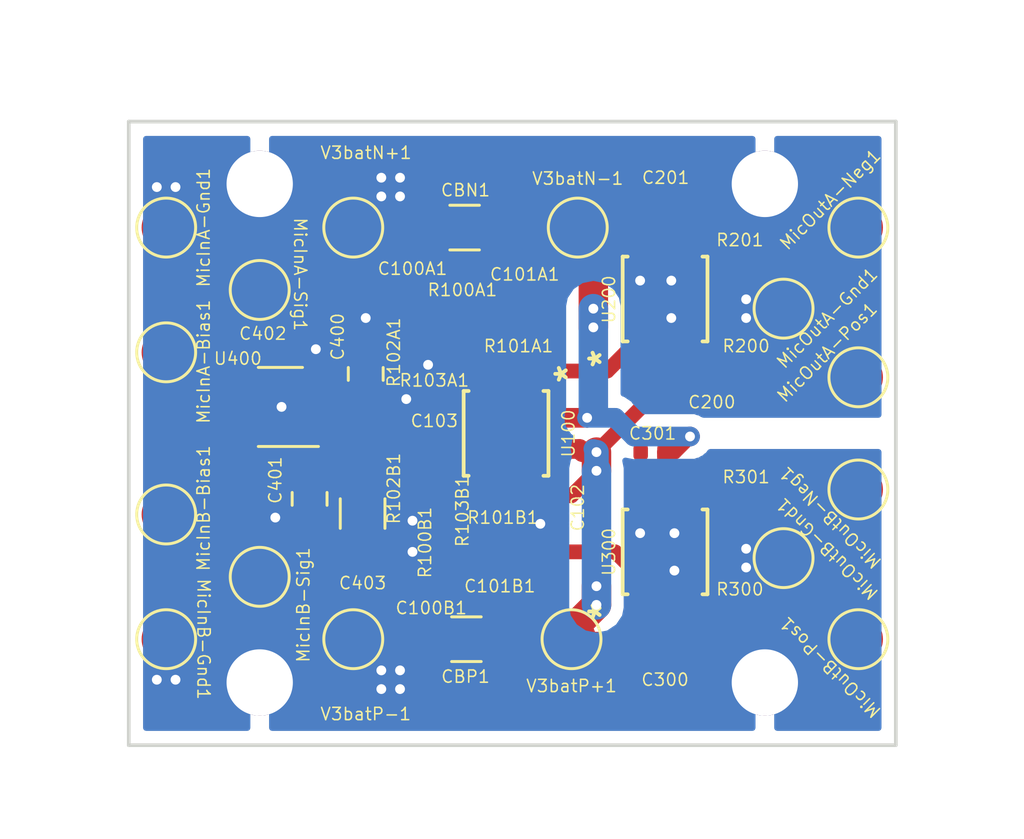
<source format=kicad_pcb>
(kicad_pcb (version 20171130) (host pcbnew 5.0.2+dfsg1-1~bpo9+1)

  (general
    (thickness 1.6)
    (drawings 4)
    (tracks 245)
    (zones 0)
    (modules 52)
    (nets 26)
  )

  (page A4)
  (layers
    (0 F.Cu signal)
    (31 B.Cu signal)
    (32 B.Adhes user)
    (33 F.Adhes user)
    (34 B.Paste user)
    (35 F.Paste user)
    (36 B.SilkS user)
    (37 F.SilkS user)
    (38 B.Mask user)
    (39 F.Mask user)
    (40 Dwgs.User user hide)
    (41 Cmts.User user)
    (42 Eco1.User user)
    (43 Eco2.User user)
    (44 Edge.Cuts user)
    (45 Margin user)
    (46 B.CrtYd user)
    (47 F.CrtYd user)
    (48 B.Fab user)
    (49 F.Fab user)
  )

  (setup
    (last_trace_width 0.4)
    (trace_clearance 0.2)
    (zone_clearance 0.508)
    (zone_45_only no)
    (trace_min 0.2)
    (segment_width 0.2)
    (edge_width 0.15)
    (via_size 0.8)
    (via_drill 0.4)
    (via_min_size 0.4)
    (via_min_drill 0.3)
    (uvia_size 0.3)
    (uvia_drill 0.1)
    (uvias_allowed no)
    (uvia_min_size 0.2)
    (uvia_min_drill 0.1)
    (pcb_text_width 0.3)
    (pcb_text_size 0.5 0.5)
    (mod_edge_width 0.15)
    (mod_text_size 0.5 0.5)
    (mod_text_width 0.0625)
    (pad_size 1.425 1.75)
    (pad_drill 0)
    (pad_to_mask_clearance 0.051)
    (solder_mask_min_width 0.25)
    (aux_axis_origin 0 0)
    (visible_elements FFFDFF7F)
    (pcbplotparams
      (layerselection 0x010fc_ffffffff)
      (usegerberextensions false)
      (usegerberattributes false)
      (usegerberadvancedattributes false)
      (creategerberjobfile false)
      (excludeedgelayer true)
      (linewidth 0.100000)
      (plotframeref false)
      (viasonmask false)
      (mode 1)
      (useauxorigin false)
      (hpglpennumber 1)
      (hpglpenspeed 20)
      (hpglpendiameter 15.000000)
      (psnegative false)
      (psa4output false)
      (plotreference true)
      (plotvalue true)
      (plotinvisibletext false)
      (padsonsilk false)
      (subtractmaskfromsilk false)
      (outputformat 1)
      (mirror false)
      (drillshape 1)
      (scaleselection 1)
      (outputdirectory ""))
  )

  (net 0 "")
  (net 1 MicInA-Gnd)
  (net 2 MicInA-Bias)
  (net 3 "Net-(C402-Pad1)")
  (net 4 "Net-(C100A1-Pad1)")
  (net 5 MicInA-Sig)
  (net 6 MicInB-Sig)
  (net 7 "Net-(C100B1-Pad1)")
  (net 8 "Net-(C101A1-Pad1)")
  (net 9 "Net-(C101A1-Pad2)")
  (net 10 "Net-(C101B1-Pad2)")
  (net 11 "Net-(C101B1-Pad1)")
  (net 12 MicOutA-Pos)
  (net 13 "Net-(R200-Pad1)")
  (net 14 "Net-(R201-Pad1)")
  (net 15 MicOutA-Neg)
  (net 16 MicOutB-Pos)
  (net 17 "Net-(R300-Pad1)")
  (net 18 "Net-(R301-Pad1)")
  (net 19 MicOutB-Neg)
  (net 20 "Net-(R102A1-Pad2)")
  (net 21 "Net-(R102B1-Pad2)")
  (net 22 "Net-(R103A1-Pad2)")
  (net 23 "Net-(R103B1-Pad2)")
  (net 24 V3pos)
  (net 25 V3neg)

  (net_class Default "This is the default net class."
    (clearance 0.2)
    (trace_width 0.4)
    (via_dia 0.8)
    (via_drill 0.4)
    (uvia_dia 0.3)
    (uvia_drill 0.1)
    (add_net MicInA-Bias)
    (add_net MicInA-Gnd)
    (add_net MicInA-Sig)
    (add_net MicInB-Sig)
    (add_net MicOutA-Neg)
    (add_net MicOutA-Pos)
    (add_net MicOutB-Neg)
    (add_net MicOutB-Pos)
    (add_net "Net-(C100A1-Pad1)")
    (add_net "Net-(C100B1-Pad1)")
    (add_net "Net-(C101A1-Pad1)")
    (add_net "Net-(C101A1-Pad2)")
    (add_net "Net-(C101B1-Pad1)")
    (add_net "Net-(C101B1-Pad2)")
    (add_net "Net-(C402-Pad1)")
    (add_net "Net-(R102A1-Pad2)")
    (add_net "Net-(R102B1-Pad2)")
    (add_net "Net-(R103A1-Pad2)")
    (add_net "Net-(R103B1-Pad2)")
    (add_net "Net-(R200-Pad1)")
    (add_net "Net-(R201-Pad1)")
    (add_net "Net-(R300-Pad1)")
    (add_net "Net-(R301-Pad1)")
    (add_net V3neg)
    (add_net V3pos)
  )

  (module MountingHole:MountingHole_2.7mm_M2.5_ISO7380 (layer F.Cu) (tedit 6127AA32) (tstamp 610F4A93)
    (at 138.684 94.727001)
    (descr "Mounting Hole 2.7mm, no annular, M2.5, ISO7380")
    (tags "mounting hole 2.7mm no annular m2.5 iso7380")
    (path /61325252)
    (attr virtual)
    (fp_text reference H4 (at 0 -3.25) (layer Cmts.User)
      (effects (font (size 0.5 0.5) (thickness 0.0625)))
    )
    (fp_text value Hole4 (at 0 3.25) (layer F.Fab)
      (effects (font (size 1 1) (thickness 0.15)))
    )
    (fp_circle (center 0 0) (end 2.5 0) (layer F.CrtYd) (width 0.05))
    (fp_circle (center 0 0) (end 2.25 0) (layer Cmts.User) (width 0.15))
    (fp_text user %R (at 0.3 0) (layer F.Fab)
      (effects (font (size 1 1) (thickness 0.15)))
    )
    (pad 1 thru_hole circle (at 0 0) (size 2.7 2.7) (drill 2.7) (layers *.Cu *.Mask)
      (net 1 MicInA-Gnd))
  )

  (module MountingHole:MountingHole_2.7mm_M2.5_ISO7380 (layer F.Cu) (tedit 6127AA44) (tstamp 610F3575)
    (at 118.11 74.422)
    (descr "Mounting Hole 2.7mm, no annular, M2.5, ISO7380")
    (tags "mounting hole 2.7mm no annular m2.5 iso7380")
    (path /612F1534)
    (attr virtual)
    (fp_text reference H1 (at 0 -3.25) (layer Cmts.User)
      (effects (font (size 0.5 0.5) (thickness 0.0625)))
    )
    (fp_text value Hole1 (at 0 3.25) (layer F.Fab)
      (effects (font (size 1 1) (thickness 0.15)))
    )
    (fp_circle (center 0 0) (end 2.5 0) (layer F.CrtYd) (width 0.05))
    (fp_circle (center 0 0) (end 2.25 0) (layer Cmts.User) (width 0.15))
    (fp_text user %R (at 0.3 0) (layer F.Fab)
      (effects (font (size 1 1) (thickness 0.15)))
    )
    (pad 1 thru_hole circle (at 0 0) (size 2.7 2.7) (drill 2.7) (layers *.Cu *.Mask)
      (net 1 MicInA-Gnd))
  )

  (module MountingHole:MountingHole_2.7mm_M2.5_ISO7380 (layer F.Cu) (tedit 6127AA3E) (tstamp 610F2908)
    (at 138.684 74.422)
    (descr "Mounting Hole 2.7mm, no annular, M2.5, ISO7380")
    (tags "mounting hole 2.7mm no annular m2.5 iso7380")
    (path /61318145)
    (attr virtual)
    (fp_text reference H3 (at 0 -3.25) (layer Cmts.User)
      (effects (font (size 0.5 0.5) (thickness 0.0625)))
    )
    (fp_text value Hole3 (at 0 3.25) (layer F.Fab)
      (effects (font (size 1 1) (thickness 0.15)))
    )
    (fp_circle (center 0 0) (end 2.5 0) (layer F.CrtYd) (width 0.05))
    (fp_circle (center 0 0) (end 2.25 0) (layer Cmts.User) (width 0.15))
    (fp_text user %R (at 0.3 0) (layer F.Fab)
      (effects (font (size 1 1) (thickness 0.15)))
    )
    (pad 1 thru_hole circle (at 0 0) (size 2.7 2.7) (drill 2.7) (layers *.Cu *.Mask)
      (net 1 MicInA-Gnd))
  )

  (module MountingHole:MountingHole_2.7mm_M2.5_ISO7380 (layer F.Cu) (tedit 6127A9FD) (tstamp 610F1C54)
    (at 118.11 94.727001)
    (descr "Mounting Hole 2.7mm, no annular, M2.5, ISO7380")
    (tags "mounting hole 2.7mm no annular m2.5 iso7380")
    (path /612F1689)
    (attr virtual)
    (fp_text reference H2 (at 0 -3.25) (layer Cmts.User)
      (effects (font (size 0.5 0.5) (thickness 0.0625)))
    )
    (fp_text value Hole2 (at 0 3.25) (layer F.Fab)
      (effects (font (size 1 1) (thickness 0.15)))
    )
    (fp_circle (center 0 0) (end 2.5 0) (layer F.CrtYd) (width 0.05))
    (fp_circle (center 0 0) (end 2.25 0) (layer Cmts.User) (width 0.15))
    (fp_text user %R (at 0.3 0) (layer F.Fab)
      (effects (font (size 1 1) (thickness 0.15)))
    )
    (pad 1 thru_hole circle (at 0 0) (size 2.7 2.7) (drill 2.7) (layers *.Cu *.Mask)
      (net 1 MicInA-Gnd))
  )

  (module TestPoint:TestPoint_Pad_D2.0mm (layer F.Cu) (tedit 5A0F774F) (tstamp 60EDF5D3)
    (at 114.3 87.884)
    (descr "SMD pad as test Point, diameter 2.0mm")
    (tags "test point SMD pad")
    (path /60F390E4)
    (attr virtual)
    (fp_text reference MicInB-Bias1 (at 1.524 -0.254 -90) (layer F.SilkS)
      (effects (font (size 0.5 0.5) (thickness 0.0625)))
    )
    (fp_text value Conn_01x01_Male (at 0 2.05) (layer F.Fab)
      (effects (font (size 1 1) (thickness 0.15)))
    )
    (fp_circle (center 0 0) (end 0 1.2) (layer F.SilkS) (width 0.12))
    (fp_circle (center 0 0) (end 1.5 0) (layer F.CrtYd) (width 0.05))
    (fp_text user %R (at 0 -2) (layer F.Fab)
      (effects (font (size 1 1) (thickness 0.15)))
    )
    (pad 1 smd circle (at 0 0) (size 2 2) (layers F.Cu F.Mask)
      (net 2 MicInA-Bias))
  )

  (module TestPoint:TestPoint_Pad_D2.0mm (layer F.Cu) (tedit 611D0720) (tstamp 60EDE805)
    (at 118.11 78.74)
    (descr "SMD pad as test Point, diameter 2.0mm")
    (tags "test point SMD pad")
    (path /60ED7398)
    (attr virtual)
    (fp_text reference MicInA-Sig1 (at 1.651 -0.635 -90 unlocked) (layer F.SilkS)
      (effects (font (size 0.5 0.5) (thickness 0.0625)))
    )
    (fp_text value Conn_01x01_Male (at 0 2.05) (layer F.Fab)
      (effects (font (size 1 1) (thickness 0.15)))
    )
    (fp_circle (center 0 0) (end 0 1.2) (layer F.SilkS) (width 0.12))
    (fp_circle (center 0 0) (end 1.5 0) (layer F.CrtYd) (width 0.05))
    (fp_text user %R (at 0 -2) (layer F.Fab)
      (effects (font (size 1 1) (thickness 0.15)))
    )
    (pad 1 smd circle (at 0 0) (size 2 2) (layers F.Cu F.Mask)
      (net 5 MicInA-Sig))
  )

  (module TestPoint:TestPoint_Pad_D2.0mm (layer F.Cu) (tedit 6126F6DD) (tstamp 60EDE7E5)
    (at 114.3 92.964)
    (descr "SMD pad as test Point, diameter 2.0mm")
    (tags "test point SMD pad")
    (path /60F3D199)
    (attr virtual)
    (fp_text reference MicInB-Gnd1 (at 1.524 0 -90 unlocked) (layer F.SilkS)
      (effects (font (size 0.5 0.5) (thickness 0.0625)))
    )
    (fp_text value Conn_01x01_Male (at 0 2.05) (layer F.Fab)
      (effects (font (size 1 1) (thickness 0.15)))
    )
    (fp_circle (center 0 0) (end 0 1.2) (layer F.SilkS) (width 0.12))
    (fp_circle (center 0 0) (end 1.5 0) (layer F.CrtYd) (width 0.05))
    (fp_text user %R (at 0 -2) (layer F.Fab)
      (effects (font (size 1 1) (thickness 0.15)))
    )
    (pad 1 smd circle (at 0 0) (size 2 2) (layers F.Cu F.Mask)
      (net 1 MicInA-Gnd))
  )

  (module TestPoint:TestPoint_Pad_D2.0mm (layer F.Cu) (tedit 5A0F774F) (tstamp 60EDE7DD)
    (at 118.11 90.424)
    (descr "SMD pad as test Point, diameter 2.0mm")
    (tags "test point SMD pad")
    (path /60F3507A)
    (attr virtual)
    (fp_text reference MicInB-Sig1 (at 1.778 1.143 -90) (layer F.SilkS)
      (effects (font (size 0.5 0.5) (thickness 0.0625)))
    )
    (fp_text value Conn_01x01_Male (at 0 2.05) (layer F.Fab)
      (effects (font (size 1 1) (thickness 0.15)))
    )
    (fp_circle (center 0 0) (end 0 1.2) (layer F.SilkS) (width 0.12))
    (fp_circle (center 0 0) (end 1.5 0) (layer F.CrtYd) (width 0.05))
    (fp_text user %R (at 0 -2) (layer F.Fab)
      (effects (font (size 1 1) (thickness 0.15)))
    )
    (pad 1 smd circle (at 0 0) (size 2 2) (layers F.Cu F.Mask)
      (net 6 MicInB-Sig))
  )

  (module TestPoint:TestPoint_Pad_D2.0mm (layer F.Cu) (tedit 5A0F774F) (tstamp 60EDE79D)
    (at 114.3 81.28)
    (descr "SMD pad as test Point, diameter 2.0mm")
    (tags "test point SMD pad")
    (path /60EDA311)
    (attr virtual)
    (fp_text reference MicInA-Bias1 (at 1.524 0.381 -90) (layer F.SilkS)
      (effects (font (size 0.5 0.5) (thickness 0.0625)))
    )
    (fp_text value Conn_01x01_Male (at 0 2.05) (layer F.Fab)
      (effects (font (size 1 1) (thickness 0.15)))
    )
    (fp_circle (center 0 0) (end 0 1.2) (layer F.SilkS) (width 0.12))
    (fp_circle (center 0 0) (end 1.5 0) (layer F.CrtYd) (width 0.05))
    (fp_text user %R (at 0 -2) (layer F.Fab)
      (effects (font (size 1 1) (thickness 0.15)))
    )
    (pad 1 smd circle (at 0 0) (size 2 2) (layers F.Cu F.Mask)
      (net 2 MicInA-Bias))
  )

  (module TestPoint:TestPoint_Pad_D2.0mm (layer F.Cu) (tedit 6126F8E8) (tstamp 60EDE795)
    (at 114.3 76.2)
    (descr "SMD pad as test Point, diameter 2.0mm")
    (tags "test point SMD pad")
    (path /60EDDFEE)
    (attr virtual)
    (fp_text reference MicInA-Gnd1 (at 1.524 0 -90) (layer F.SilkS)
      (effects (font (size 0.5 0.5) (thickness 0.0625)))
    )
    (fp_text value Conn_01x01_Male (at 0 2.05) (layer F.Fab)
      (effects (font (size 1 1) (thickness 0.15)))
    )
    (fp_circle (center 0 0) (end 0 1.2) (layer F.SilkS) (width 0.12))
    (fp_circle (center 0 0) (end 1.5 0) (layer F.CrtYd) (width 0.05))
    (fp_text user %R (at 0 -2) (layer F.Fab)
      (effects (font (size 1 1) (thickness 0.15)))
    )
    (pad 1 smd circle (at 0 0) (size 2 2) (layers F.Cu F.Mask)
      (net 1 MicInA-Gnd))
  )

  (module Capacitor_SMD:C_0402_1005Metric (layer F.Cu) (tedit 5B301BBE) (tstamp 60EED738)
    (at 125.199 83.185 180)
    (descr "Capacitor SMD 0402 (1005 Metric), square (rectangular) end terminal, IPC_7351 nominal, (Body size source: http://www.tortai-tech.com/upload/download/2011102023233369053.pdf), generated with kicad-footprint-generator")
    (tags capacitor)
    (path /603D9284)
    (attr smd)
    (fp_text reference C103 (at -0.023 -0.889 180) (layer F.SilkS)
      (effects (font (size 0.5 0.5) (thickness 0.0625)))
    )
    (fp_text value 0.1uF (at 0 1.17 180) (layer F.Fab)
      (effects (font (size 1 1) (thickness 0.15)))
    )
    (fp_text user %R (at 0 0 180) (layer F.Fab)
      (effects (font (size 0.25 0.25) (thickness 0.04)))
    )
    (fp_line (start 0.93 0.47) (end -0.93 0.47) (layer F.CrtYd) (width 0.05))
    (fp_line (start 0.93 -0.47) (end 0.93 0.47) (layer F.CrtYd) (width 0.05))
    (fp_line (start -0.93 -0.47) (end 0.93 -0.47) (layer F.CrtYd) (width 0.05))
    (fp_line (start -0.93 0.47) (end -0.93 -0.47) (layer F.CrtYd) (width 0.05))
    (fp_line (start 0.5 0.25) (end -0.5 0.25) (layer F.Fab) (width 0.1))
    (fp_line (start 0.5 -0.25) (end 0.5 0.25) (layer F.Fab) (width 0.1))
    (fp_line (start -0.5 -0.25) (end 0.5 -0.25) (layer F.Fab) (width 0.1))
    (fp_line (start -0.5 0.25) (end -0.5 -0.25) (layer F.Fab) (width 0.1))
    (pad 2 smd roundrect (at 0.485 0 180) (size 0.59 0.64) (layers F.Cu F.Paste F.Mask) (roundrect_rratio 0.25)
      (net 1 MicInA-Gnd))
    (pad 1 smd roundrect (at -0.485 0 180) (size 0.59 0.64) (layers F.Cu F.Paste F.Mask) (roundrect_rratio 0.25)
      (net 25 V3neg))
    (model ${KISYS3DMOD}/Capacitor_SMD.3dshapes/C_0402_1005Metric.wrl
      (at (xyz 0 0 0))
      (scale (xyz 1 1 1))
      (rotate (xyz 0 0 0))
    )
  )

  (module Capacitor_SMD:C_0402_1005Metric (layer F.Cu) (tedit 5B301BBE) (tstamp 60EED70D)
    (at 134.643 74.93)
    (descr "Capacitor SMD 0402 (1005 Metric), square (rectangular) end terminal, IPC_7351 nominal, (Body size source: http://www.tortai-tech.com/upload/download/2011102023233369053.pdf), generated with kicad-footprint-generator")
    (tags capacitor)
    (path /603C5976)
    (attr smd)
    (fp_text reference C201 (at 0 -0.762) (layer F.SilkS)
      (effects (font (size 0.5 0.5) (thickness 0.0625)))
    )
    (fp_text value 0.1uF (at 0 1.17) (layer F.Fab)
      (effects (font (size 1 1) (thickness 0.15)))
    )
    (fp_text user %R (at 0 0) (layer F.Fab)
      (effects (font (size 0.25 0.25) (thickness 0.04)))
    )
    (fp_line (start 0.93 0.47) (end -0.93 0.47) (layer F.CrtYd) (width 0.05))
    (fp_line (start 0.93 -0.47) (end 0.93 0.47) (layer F.CrtYd) (width 0.05))
    (fp_line (start -0.93 -0.47) (end 0.93 -0.47) (layer F.CrtYd) (width 0.05))
    (fp_line (start -0.93 0.47) (end -0.93 -0.47) (layer F.CrtYd) (width 0.05))
    (fp_line (start 0.5 0.25) (end -0.5 0.25) (layer F.Fab) (width 0.1))
    (fp_line (start 0.5 -0.25) (end 0.5 0.25) (layer F.Fab) (width 0.1))
    (fp_line (start -0.5 -0.25) (end 0.5 -0.25) (layer F.Fab) (width 0.1))
    (fp_line (start -0.5 0.25) (end -0.5 -0.25) (layer F.Fab) (width 0.1))
    (pad 2 smd roundrect (at 0.485 0) (size 0.59 0.64) (layers F.Cu F.Paste F.Mask) (roundrect_rratio 0.25)
      (net 1 MicInA-Gnd))
    (pad 1 smd roundrect (at -0.485 0) (size 0.59 0.64) (layers F.Cu F.Paste F.Mask) (roundrect_rratio 0.25)
      (net 25 V3neg))
    (model ${KISYS3DMOD}/Capacitor_SMD.3dshapes/C_0402_1005Metric.wrl
      (at (xyz 0 0 0))
      (scale (xyz 1 1 1))
      (rotate (xyz 0 0 0))
    )
  )

  (module Capacitor_SMD:C_0402_1005Metric (layer F.Cu) (tedit 5B301BBE) (tstamp 60EED6C6)
    (at 134.112 85.344 180)
    (descr "Capacitor SMD 0402 (1005 Metric), square (rectangular) end terminal, IPC_7351 nominal, (Body size source: http://www.tortai-tech.com/upload/download/2011102023233369053.pdf), generated with kicad-footprint-generator")
    (tags capacitor)
    (path /603C5AC3)
    (attr smd)
    (fp_text reference C301 (at 0 0.762 180) (layer F.SilkS)
      (effects (font (size 0.5 0.5) (thickness 0.0625)))
    )
    (fp_text value 0.1uF (at 0 1.17 180) (layer F.Fab)
      (effects (font (size 1 1) (thickness 0.15)))
    )
    (fp_text user %R (at 0 0 180) (layer F.Fab)
      (effects (font (size 0.25 0.25) (thickness 0.04)))
    )
    (fp_line (start 0.93 0.47) (end -0.93 0.47) (layer F.CrtYd) (width 0.05))
    (fp_line (start 0.93 -0.47) (end 0.93 0.47) (layer F.CrtYd) (width 0.05))
    (fp_line (start -0.93 -0.47) (end 0.93 -0.47) (layer F.CrtYd) (width 0.05))
    (fp_line (start -0.93 0.47) (end -0.93 -0.47) (layer F.CrtYd) (width 0.05))
    (fp_line (start 0.5 0.25) (end -0.5 0.25) (layer F.Fab) (width 0.1))
    (fp_line (start 0.5 -0.25) (end 0.5 0.25) (layer F.Fab) (width 0.1))
    (fp_line (start -0.5 -0.25) (end 0.5 -0.25) (layer F.Fab) (width 0.1))
    (fp_line (start -0.5 0.25) (end -0.5 -0.25) (layer F.Fab) (width 0.1))
    (pad 2 smd roundrect (at 0.485 0 180) (size 0.59 0.64) (layers F.Cu F.Paste F.Mask) (roundrect_rratio 0.25)
      (net 1 MicInA-Gnd))
    (pad 1 smd roundrect (at -0.485 0 180) (size 0.59 0.64) (layers F.Cu F.Paste F.Mask) (roundrect_rratio 0.25)
      (net 25 V3neg))
    (model ${KISYS3DMOD}/Capacitor_SMD.3dshapes/C_0402_1005Metric.wrl
      (at (xyz 0 0 0))
      (scale (xyz 1 1 1))
      (rotate (xyz 0 0 0))
    )
  )

  (module Capacitor_SMD:C_1206_3216Metric_Pad1.42x1.75mm_HandSolder (layer F.Cu) (tedit 6122C2F0) (tstamp 60EEB321)
    (at 126.4555 76.2)
    (descr "Capacitor SMD 1206 (3216 Metric), square (rectangular) end terminal, IPC_7351 nominal with elongated pad for handsoldering. (Body size source: http://www.tortai-tech.com/upload/download/2011102023233369053.pdf), generated with kicad-footprint-generator")
    (tags "capacitor handsolder")
    (path /6108898D)
    (attr smd)
    (fp_text reference CBN1 (at 0.0365 -1.524) (layer F.SilkS)
      (effects (font (size 0.5 0.5) (thickness 0.0625)))
    )
    (fp_text value 22uF (at 0 1.82) (layer F.Fab)
      (effects (font (size 1 1) (thickness 0.15)))
    )
    (fp_text user %R (at 0 0) (layer F.Fab)
      (effects (font (size 0.8 0.8) (thickness 0.12)))
    )
    (fp_line (start 2.45 1.12) (end -2.45 1.12) (layer F.CrtYd) (width 0.05))
    (fp_line (start 2.45 -1.12) (end 2.45 1.12) (layer F.CrtYd) (width 0.05))
    (fp_line (start -2.45 -1.12) (end 2.45 -1.12) (layer F.CrtYd) (width 0.05))
    (fp_line (start -2.45 1.12) (end -2.45 -1.12) (layer F.CrtYd) (width 0.05))
    (fp_line (start -0.602064 0.91) (end 0.602064 0.91) (layer F.SilkS) (width 0.12))
    (fp_line (start -0.602064 -0.91) (end 0.602064 -0.91) (layer F.SilkS) (width 0.12))
    (fp_line (start 1.6 0.8) (end -1.6 0.8) (layer F.Fab) (width 0.1))
    (fp_line (start 1.6 -0.8) (end 1.6 0.8) (layer F.Fab) (width 0.1))
    (fp_line (start -1.6 -0.8) (end 1.6 -0.8) (layer F.Fab) (width 0.1))
    (fp_line (start -1.6 0.8) (end -1.6 -0.8) (layer F.Fab) (width 0.1))
    (pad 2 smd roundrect (at 1.4875 0) (size 1.425 1.75) (layers F.Cu F.Paste F.Mask) (roundrect_rratio 0.175)
      (net 25 V3neg))
    (pad 1 smd roundrect (at -1.4875 0) (size 1.425 1.75) (layers F.Cu F.Paste F.Mask) (roundrect_rratio 0.175439)
      (net 1 MicInA-Gnd))
    (model ${KISYS3DMOD}/Capacitor_SMD.3dshapes/C_1206_3216Metric.wrl
      (at (xyz 0 0 0))
      (scale (xyz 1 1 1))
      (rotate (xyz 0 0 0))
    )
  )

  (module Capacitor_SMD:C_0805_2012Metric_Pad1.15x1.40mm_HandSolder (layer F.Cu) (tedit 5B36C52B) (tstamp 60EDE9C1)
    (at 120.142 87.249 270)
    (descr "Capacitor SMD 0805 (2012 Metric), square (rectangular) end terminal, IPC_7351 nominal with elongated pad for handsoldering. (Body size source: https://docs.google.com/spreadsheets/d/1BsfQQcO9C6DZCsRaXUlFlo91Tg2WpOkGARC1WS5S8t0/edit?usp=sharing), generated with kicad-footprint-generator")
    (tags "capacitor handsolder")
    (path /611913DE)
    (attr smd)
    (fp_text reference C401 (at -0.762 1.397 270) (layer F.SilkS)
      (effects (font (size 0.5 0.5) (thickness 0.0625)))
    )
    (fp_text value 1uF (at 0 1.65 270) (layer F.Fab)
      (effects (font (size 1 1) (thickness 0.15)))
    )
    (fp_text user %R (at 0 0 270) (layer F.Fab)
      (effects (font (size 0.5 0.5) (thickness 0.08)))
    )
    (fp_line (start 1.85 0.95) (end -1.85 0.95) (layer F.CrtYd) (width 0.05))
    (fp_line (start 1.85 -0.95) (end 1.85 0.95) (layer F.CrtYd) (width 0.05))
    (fp_line (start -1.85 -0.95) (end 1.85 -0.95) (layer F.CrtYd) (width 0.05))
    (fp_line (start -1.85 0.95) (end -1.85 -0.95) (layer F.CrtYd) (width 0.05))
    (fp_line (start -0.261252 0.71) (end 0.261252 0.71) (layer F.SilkS) (width 0.12))
    (fp_line (start -0.261252 -0.71) (end 0.261252 -0.71) (layer F.SilkS) (width 0.12))
    (fp_line (start 1 0.6) (end -1 0.6) (layer F.Fab) (width 0.1))
    (fp_line (start 1 -0.6) (end 1 0.6) (layer F.Fab) (width 0.1))
    (fp_line (start -1 -0.6) (end 1 -0.6) (layer F.Fab) (width 0.1))
    (fp_line (start -1 0.6) (end -1 -0.6) (layer F.Fab) (width 0.1))
    (pad 2 smd roundrect (at 1.025 0 270) (size 1.15 1.4) (layers F.Cu F.Paste F.Mask) (roundrect_rratio 0.217391)
      (net 1 MicInA-Gnd))
    (pad 1 smd roundrect (at -1.025 0 270) (size 1.15 1.4) (layers F.Cu F.Paste F.Mask) (roundrect_rratio 0.217391)
      (net 2 MicInA-Bias))
    (model ${KISYS3DMOD}/Capacitor_SMD.3dshapes/C_0805_2012Metric.wrl
      (at (xyz 0 0 0))
      (scale (xyz 1 1 1))
      (rotate (xyz 0 0 0))
    )
  )

  (module Capacitor_SMD:C_0805_2012Metric_Pad1.15x1.40mm_HandSolder (layer F.Cu) (tedit 6122C298) (tstamp 60EDE9B1)
    (at 122.428 82.16 90)
    (descr "Capacitor SMD 0805 (2012 Metric), square (rectangular) end terminal, IPC_7351 nominal with elongated pad for handsoldering. (Body size source: https://docs.google.com/spreadsheets/d/1BsfQQcO9C6DZCsRaXUlFlo91Tg2WpOkGARC1WS5S8t0/edit?usp=sharing), generated with kicad-footprint-generator")
    (tags "capacitor handsolder")
    (path /61162D38)
    (attr smd)
    (fp_text reference C400 (at 1.515 -1.143 90) (layer F.SilkS)
      (effects (font (size 0.5 0.5) (thickness 0.0625)))
    )
    (fp_text value 1uF (at 0 1.65 90) (layer F.Fab)
      (effects (font (size 1 1) (thickness 0.15)))
    )
    (fp_text user %R (at 0 0 90) (layer F.Fab)
      (effects (font (size 0.5 0.5) (thickness 0.08)))
    )
    (fp_line (start 1.85 0.95) (end -1.85 0.95) (layer F.CrtYd) (width 0.05))
    (fp_line (start 1.85 -0.95) (end 1.85 0.95) (layer F.CrtYd) (width 0.05))
    (fp_line (start -1.85 -0.95) (end 1.85 -0.95) (layer F.CrtYd) (width 0.05))
    (fp_line (start -1.85 0.95) (end -1.85 -0.95) (layer F.CrtYd) (width 0.05))
    (fp_line (start -0.261252 0.71) (end 0.261252 0.71) (layer F.SilkS) (width 0.12))
    (fp_line (start -0.261252 -0.71) (end 0.261252 -0.71) (layer F.SilkS) (width 0.12))
    (fp_line (start 1 0.6) (end -1 0.6) (layer F.Fab) (width 0.1))
    (fp_line (start 1 -0.6) (end 1 0.6) (layer F.Fab) (width 0.1))
    (fp_line (start -1 -0.6) (end 1 -0.6) (layer F.Fab) (width 0.1))
    (fp_line (start -1 0.6) (end -1 -0.6) (layer F.Fab) (width 0.1))
    (pad 2 smd roundrect (at 1.025 0 90) (size 1.15 1.4) (layers F.Cu F.Paste F.Mask) (roundrect_rratio 0.217391)
      (net 1 MicInA-Gnd))
    (pad 1 smd roundrect (at -1.025 0 90) (size 1.15 1.4) (layers F.Cu F.Paste F.Mask) (roundrect_rratio 0.217)
      (net 24 V3pos))
    (model ${KISYS3DMOD}/Capacitor_SMD.3dshapes/C_0805_2012Metric.wrl
      (at (xyz 0 0 0))
      (scale (xyz 1 1 1))
      (rotate (xyz 0 0 0))
    )
  )

  (module Capacitor_SMD:C_1206_3216Metric_Pad1.42x1.75mm_HandSolder (layer F.Cu) (tedit 5B301BBE) (tstamp 60EDE9B0)
    (at 122.301 87.8475 270)
    (descr "Capacitor SMD 1206 (3216 Metric), square (rectangular) end terminal, IPC_7351 nominal with elongated pad for handsoldering. (Body size source: http://www.tortai-tech.com/upload/download/2011102023233369053.pdf), generated with kicad-footprint-generator")
    (tags "capacitor handsolder")
    (path /6044DB0A)
    (attr smd)
    (fp_text reference C403 (at 2.8305 0) (layer F.SilkS)
      (effects (font (size 0.5 0.5) (thickness 0.0625)))
    )
    (fp_text value 22uF (at 0 1.82 270) (layer F.Fab)
      (effects (font (size 1 1) (thickness 0.15)))
    )
    (fp_text user %R (at 0 0 270) (layer F.Fab)
      (effects (font (size 0.8 0.8) (thickness 0.12)))
    )
    (fp_line (start 2.45 1.12) (end -2.45 1.12) (layer F.CrtYd) (width 0.05))
    (fp_line (start 2.45 -1.12) (end 2.45 1.12) (layer F.CrtYd) (width 0.05))
    (fp_line (start -2.45 -1.12) (end 2.45 -1.12) (layer F.CrtYd) (width 0.05))
    (fp_line (start -2.45 1.12) (end -2.45 -1.12) (layer F.CrtYd) (width 0.05))
    (fp_line (start -0.602064 0.91) (end 0.602064 0.91) (layer F.SilkS) (width 0.12))
    (fp_line (start -0.602064 -0.91) (end 0.602064 -0.91) (layer F.SilkS) (width 0.12))
    (fp_line (start 1.6 0.8) (end -1.6 0.8) (layer F.Fab) (width 0.1))
    (fp_line (start 1.6 -0.8) (end 1.6 0.8) (layer F.Fab) (width 0.1))
    (fp_line (start -1.6 -0.8) (end 1.6 -0.8) (layer F.Fab) (width 0.1))
    (fp_line (start -1.6 0.8) (end -1.6 -0.8) (layer F.Fab) (width 0.1))
    (pad 2 smd roundrect (at 1.4875 0 270) (size 1.425 1.75) (layers F.Cu F.Paste F.Mask) (roundrect_rratio 0.175439)
      (net 1 MicInA-Gnd))
    (pad 1 smd roundrect (at -1.4875 0 270) (size 1.425 1.75) (layers F.Cu F.Paste F.Mask) (roundrect_rratio 0.175439)
      (net 2 MicInA-Bias))
    (model ${KISYS3DMOD}/Capacitor_SMD.3dshapes/C_1206_3216Metric.wrl
      (at (xyz 0 0 0))
      (scale (xyz 1 1 1))
      (rotate (xyz 0 0 0))
    )
  )

  (module Capacitor_SMD:C_1206_3216Metric_Pad1.42x1.75mm_HandSolder (layer F.Cu) (tedit 6122C2C3) (tstamp 60EDE99F)
    (at 126.5285 92.964 180)
    (descr "Capacitor SMD 1206 (3216 Metric), square (rectangular) end terminal, IPC_7351 nominal with elongated pad for handsoldering. (Body size source: http://www.tortai-tech.com/upload/download/2011102023233369053.pdf), generated with kicad-footprint-generator")
    (tags "capacitor handsolder")
    (path /6045468F)
    (attr smd)
    (fp_text reference CBP1 (at 0.0365 -1.524 180) (layer F.SilkS)
      (effects (font (size 0.5 0.5) (thickness 0.0625)))
    )
    (fp_text value 22uF (at 0 1.82 180) (layer F.Fab)
      (effects (font (size 1 1) (thickness 0.15)))
    )
    (fp_text user %R (at 0 0 180) (layer F.Fab)
      (effects (font (size 0.8 0.8) (thickness 0.12)))
    )
    (fp_line (start 2.45 1.12) (end -2.45 1.12) (layer F.CrtYd) (width 0.05))
    (fp_line (start 2.45 -1.12) (end 2.45 1.12) (layer F.CrtYd) (width 0.05))
    (fp_line (start -2.45 -1.12) (end 2.45 -1.12) (layer F.CrtYd) (width 0.05))
    (fp_line (start -2.45 1.12) (end -2.45 -1.12) (layer F.CrtYd) (width 0.05))
    (fp_line (start -0.602064 0.91) (end 0.602064 0.91) (layer F.SilkS) (width 0.12))
    (fp_line (start -0.602064 -0.91) (end 0.602064 -0.91) (layer F.SilkS) (width 0.12))
    (fp_line (start 1.6 0.8) (end -1.6 0.8) (layer F.Fab) (width 0.1))
    (fp_line (start 1.6 -0.8) (end 1.6 0.8) (layer F.Fab) (width 0.1))
    (fp_line (start -1.6 -0.8) (end 1.6 -0.8) (layer F.Fab) (width 0.1))
    (fp_line (start -1.6 0.8) (end -1.6 -0.8) (layer F.Fab) (width 0.1))
    (pad 2 smd roundrect (at 1.4875 0 180) (size 1.425 1.75) (layers F.Cu F.Paste F.Mask) (roundrect_rratio 0.175439)
      (net 1 MicInA-Gnd))
    (pad 1 smd roundrect (at -1.4875 0 180) (size 1.425 1.75) (layers F.Cu F.Paste F.Mask) (roundrect_rratio 0.175)
      (net 24 V3pos))
    (model ${KISYS3DMOD}/Capacitor_SMD.3dshapes/C_1206_3216Metric.wrl
      (at (xyz 0 0 0))
      (scale (xyz 1 1 1))
      (rotate (xyz 0 0 0))
    )
  )

  (module TestPoint:TestPoint_Pad_D2.0mm (layer F.Cu) (tedit 5A0F774F) (tstamp 60EDE7FD)
    (at 139.446 79.502)
    (descr "SMD pad as test Point, diameter 2.0mm")
    (tags "test point SMD pad")
    (path /60FAEA59)
    (attr virtual)
    (fp_text reference MicOutA-Gnd1 (at 1.778 0.381 45) (layer F.SilkS)
      (effects (font (size 0.5 0.5) (thickness 0.0625)))
    )
    (fp_text value Conn_01x01_Male (at 0 2.05) (layer F.Fab)
      (effects (font (size 1 1) (thickness 0.15)))
    )
    (fp_circle (center 0 0) (end 0 1.2) (layer F.SilkS) (width 0.12))
    (fp_circle (center 0 0) (end 1.5 0) (layer F.CrtYd) (width 0.05))
    (fp_text user %R (at 0 -2) (layer F.Fab)
      (effects (font (size 1 1) (thickness 0.15)))
    )
    (pad 1 smd circle (at 0 0) (size 2 2) (layers F.Cu F.Mask)
      (net 1 MicInA-Gnd))
  )

  (module TestPoint:TestPoint_Pad_D2.0mm (layer F.Cu) (tedit 5A0F774F) (tstamp 60EDE7F5)
    (at 142.494 76.2)
    (descr "SMD pad as test Point, diameter 2.0mm")
    (tags "test point SMD pad")
    (path /60FAAA8C)
    (attr virtual)
    (fp_text reference MicOutA-Neg1 (at -1.143 -1.143 45) (layer F.SilkS)
      (effects (font (size 0.5 0.5) (thickness 0.0625)))
    )
    (fp_text value Conn_01x01_Male (at 0 2.05) (layer F.Fab)
      (effects (font (size 1 1) (thickness 0.15)))
    )
    (fp_circle (center 0 0) (end 0 1.2) (layer F.SilkS) (width 0.12))
    (fp_circle (center 0 0) (end 1.5 0) (layer F.CrtYd) (width 0.05))
    (fp_text user %R (at 0 -2) (layer F.Fab)
      (effects (font (size 1 1) (thickness 0.15)))
    )
    (pad 1 smd circle (at 0 0) (size 2 2) (layers F.Cu F.Mask)
      (net 15 MicOutA-Neg))
  )

  (module TestPoint:TestPoint_Pad_D2.0mm (layer F.Cu) (tedit 5A0F774F) (tstamp 60EDE7ED)
    (at 142.494 82.296)
    (descr "SMD pad as test Point, diameter 2.0mm")
    (tags "test point SMD pad")
    (path /60FA54FA)
    (attr virtual)
    (fp_text reference MicOutA-Pos1 (at -1.27 -1.016 45) (layer F.SilkS)
      (effects (font (size 0.5 0.5) (thickness 0.0625)))
    )
    (fp_text value Conn_01x01_Male (at 0 2.05) (layer F.Fab)
      (effects (font (size 1 1) (thickness 0.15)))
    )
    (fp_circle (center 0 0) (end 0 1.2) (layer F.SilkS) (width 0.12))
    (fp_circle (center 0 0) (end 1.5 0) (layer F.CrtYd) (width 0.05))
    (fp_text user %R (at 0 -2) (layer F.Fab)
      (effects (font (size 1 1) (thickness 0.15)))
    )
    (pad 1 smd circle (at 0 0) (size 2 2) (layers F.Cu F.Mask)
      (net 12 MicOutA-Pos))
  )

  (module TestPoint:TestPoint_Pad_D2.0mm (layer F.Cu) (tedit 611D070E) (tstamp 60EDE7D5)
    (at 139.446 89.662)
    (descr "SMD pad as test Point, diameter 2.0mm")
    (tags "test point SMD pad")
    (path /60FE4399)
    (attr virtual)
    (fp_text reference MicOutB-Gnd1 (at 1.778 -0.381 135 unlocked) (layer F.SilkS)
      (effects (font (size 0.5 0.5) (thickness 0.0625)))
    )
    (fp_text value Conn_01x01_Male (at 0 2.05) (layer F.Fab)
      (effects (font (size 1 1) (thickness 0.15)))
    )
    (fp_circle (center 0 0) (end 0 1.2) (layer F.SilkS) (width 0.12))
    (fp_circle (center 0 0) (end 1.5 0) (layer F.CrtYd) (width 0.05))
    (fp_text user %R (at 0 -2) (layer F.Fab)
      (effects (font (size 1 1) (thickness 0.15)))
    )
    (pad 1 smd circle (at 0 0) (size 2 2) (layers F.Cu F.Mask)
      (net 1 MicInA-Gnd))
  )

  (module TestPoint:TestPoint_Pad_D2.0mm (layer F.Cu) (tedit 611D0712) (tstamp 60EDE7CD)
    (at 142.494 86.868)
    (descr "SMD pad as test Point, diameter 2.0mm")
    (tags "test point SMD pad")
    (path /60FDC45F)
    (attr virtual)
    (fp_text reference MicOutB-Neg1 (at -1.143 1.143 135 unlocked) (layer F.SilkS)
      (effects (font (size 0.5 0.5) (thickness 0.0625)))
    )
    (fp_text value Conn_01x01_Male (at 0 2.05) (layer F.Fab)
      (effects (font (size 1 1) (thickness 0.15)))
    )
    (fp_circle (center 0 0) (end 0 1.2) (layer F.SilkS) (width 0.12))
    (fp_circle (center 0 0) (end 1.5 0) (layer F.CrtYd) (width 0.05))
    (fp_text user %R (at 0 -2) (layer F.Fab)
      (effects (font (size 1 1) (thickness 0.15)))
    )
    (pad 1 smd circle (at 0 0) (size 2 2) (layers F.Cu F.Mask)
      (net 19 MicOutB-Neg))
  )

  (module TestPoint:TestPoint_Pad_D2.0mm (layer F.Cu) (tedit 5A0F774F) (tstamp 60EDE7BD)
    (at 121.92 76.2)
    (descr "SMD pad as test Point, diameter 2.0mm")
    (tags "test point SMD pad")
    (path /610EC867)
    (attr virtual)
    (fp_text reference V3batN+1 (at 0.519905 -3.048) (layer F.SilkS)
      (effects (font (size 0.5 0.5) (thickness 0.0625)))
    )
    (fp_text value Conn_01x01_Male (at 0 2.05) (layer F.Fab)
      (effects (font (size 1 1) (thickness 0.15)))
    )
    (fp_circle (center 0 0) (end 0 1.2) (layer F.SilkS) (width 0.12))
    (fp_circle (center 0 0) (end 1.5 0) (layer F.CrtYd) (width 0.05))
    (fp_text user %R (at 0 -2) (layer F.Fab)
      (effects (font (size 1 1) (thickness 0.15)))
    )
    (pad 1 smd circle (at 0 0) (size 2 2) (layers F.Cu F.Mask)
      (net 1 MicInA-Gnd))
  )

  (module TestPoint:TestPoint_Pad_D2.0mm (layer F.Cu) (tedit 6122C2E2) (tstamp 60EDE7B5)
    (at 131.064 76.2)
    (descr "SMD pad as test Point, diameter 2.0mm")
    (tags "test point SMD pad")
    (path /610F1826)
    (attr virtual)
    (fp_text reference V3batN-1 (at 0 -1.998) (layer F.SilkS)
      (effects (font (size 0.5 0.5) (thickness 0.0625)))
    )
    (fp_text value Conn_01x01_Male (at 0 2.05) (layer F.Fab)
      (effects (font (size 1 1) (thickness 0.15)))
    )
    (fp_circle (center 0 0) (end 0 1.2) (layer F.SilkS) (width 0.12))
    (fp_circle (center 0 0) (end 1.5 0) (layer F.CrtYd) (width 0.05))
    (fp_text user %R (at 0 -2) (layer F.Fab)
      (effects (font (size 1 1) (thickness 0.15)))
    )
    (pad 1 smd circle (at 0 0) (size 2 2) (layers F.Cu F.Mask)
      (net 25 V3neg))
  )

  (module TestPoint:TestPoint_Pad_D2.0mm (layer F.Cu) (tedit 6122C2B4) (tstamp 60EDE7AD)
    (at 130.81 92.964)
    (descr "SMD pad as test Point, diameter 2.0mm")
    (tags "test point SMD pad")
    (path /60FF31EC)
    (attr virtual)
    (fp_text reference V3batP+1 (at 0 1.905) (layer F.SilkS)
      (effects (font (size 0.5 0.5) (thickness 0.0625)))
    )
    (fp_text value Conn_01x01_Male (at 0 2.05) (layer F.Fab)
      (effects (font (size 1 1) (thickness 0.15)))
    )
    (fp_circle (center 0 0) (end 0 1.2) (layer F.SilkS) (width 0.12))
    (fp_circle (center 0 0) (end 1.5 0) (layer F.CrtYd) (width 0.05))
    (fp_text user %R (at 0 -2) (layer F.Fab)
      (effects (font (size 1 1) (thickness 0.15)))
    )
    (pad 1 smd circle (at 0 0) (size 2 2) (layers F.Cu F.Mask)
      (net 24 V3pos))
  )

  (module TestPoint:TestPoint_Pad_D2.0mm (layer F.Cu) (tedit 5A0F774F) (tstamp 60EDE7A5)
    (at 121.92 92.964)
    (descr "SMD pad as test Point, diameter 2.0mm")
    (tags "test point SMD pad")
    (path /610E74DD)
    (attr virtual)
    (fp_text reference V3batP-1 (at 0.508 3.048) (layer F.SilkS)
      (effects (font (size 0.5 0.5) (thickness 0.0625)))
    )
    (fp_text value Conn_01x01_Male (at 0 2.05) (layer F.Fab)
      (effects (font (size 1 1) (thickness 0.15)))
    )
    (fp_circle (center 0 0) (end 0 1.2) (layer F.SilkS) (width 0.12))
    (fp_circle (center 0 0) (end 1.5 0) (layer F.CrtYd) (width 0.05))
    (fp_text user %R (at 0 -2) (layer F.Fab)
      (effects (font (size 1 1) (thickness 0.15)))
    )
    (pad 1 smd circle (at 0 0) (size 2 2) (layers F.Cu F.Mask)
      (net 1 MicInA-Gnd))
  )

  (module TestPoint:TestPoint_Pad_D2.0mm (layer F.Cu) (tedit 611D0708) (tstamp 60EDE78D)
    (at 142.494 92.964)
    (descr "SMD pad as test Point, diameter 2.0mm")
    (tags "test point SMD pad")
    (path /60FBFF69)
    (attr virtual)
    (fp_text reference MicOutB-Pos1 (at -1.143 1.143 135 unlocked) (layer F.SilkS)
      (effects (font (size 0.5 0.5) (thickness 0.0625)))
    )
    (fp_text value Conn_01x01_Male (at 0 2.05) (layer F.Fab)
      (effects (font (size 1 1) (thickness 0.15)))
    )
    (fp_circle (center 0 0) (end 0 1.2) (layer F.SilkS) (width 0.12))
    (fp_circle (center 0 0) (end 1.5 0) (layer F.CrtYd) (width 0.05))
    (fp_text user %R (at 0 -2) (layer F.Fab)
      (effects (font (size 1 1) (thickness 0.15)))
    )
    (pad 1 smd circle (at 0 0) (size 2 2) (layers F.Cu F.Mask)
      (net 16 MicOutB-Pos))
  )

  (module Capacitor_SMD:C_0402_1005Metric (layer F.Cu) (tedit 5B301BBE) (tstamp 60E590E7)
    (at 130.175 87.607 270)
    (descr "Capacitor SMD 0402 (1005 Metric), square (rectangular) end terminal, IPC_7351 nominal, (Body size source: http://www.tortai-tech.com/upload/download/2011102023233369053.pdf), generated with kicad-footprint-generator")
    (tags capacitor)
    (path /603D92F6)
    (attr smd)
    (fp_text reference C102 (at 0 -0.889 270) (layer F.SilkS)
      (effects (font (size 0.5 0.5) (thickness 0.0625)))
    )
    (fp_text value 0.1uF (at 0 1.17 270) (layer F.Fab)
      (effects (font (size 1 1) (thickness 0.15)))
    )
    (fp_text user %R (at 0 0 270) (layer F.Fab)
      (effects (font (size 0.25 0.25) (thickness 0.04)))
    )
    (fp_line (start 0.93 0.47) (end -0.93 0.47) (layer F.CrtYd) (width 0.05))
    (fp_line (start 0.93 -0.47) (end 0.93 0.47) (layer F.CrtYd) (width 0.05))
    (fp_line (start -0.93 -0.47) (end 0.93 -0.47) (layer F.CrtYd) (width 0.05))
    (fp_line (start -0.93 0.47) (end -0.93 -0.47) (layer F.CrtYd) (width 0.05))
    (fp_line (start 0.5 0.25) (end -0.5 0.25) (layer F.Fab) (width 0.1))
    (fp_line (start 0.5 -0.25) (end 0.5 0.25) (layer F.Fab) (width 0.1))
    (fp_line (start -0.5 -0.25) (end 0.5 -0.25) (layer F.Fab) (width 0.1))
    (fp_line (start -0.5 0.25) (end -0.5 -0.25) (layer F.Fab) (width 0.1))
    (pad 2 smd roundrect (at 0.485 0 270) (size 0.59 0.64) (layers F.Cu F.Paste F.Mask) (roundrect_rratio 0.25)
      (net 1 MicInA-Gnd))
    (pad 1 smd roundrect (at -0.485 0 270) (size 0.59 0.64) (layers F.Cu F.Paste F.Mask) (roundrect_rratio 0.25)
      (net 24 V3pos))
    (model ${KISYS3DMOD}/Capacitor_SMD.3dshapes/C_0402_1005Metric.wrl
      (at (xyz 0 0 0))
      (scale (xyz 1 1 1))
      (rotate (xyz 0 0 0))
    )
  )

  (module Capacitor_SMD:C_0402_1005Metric (layer F.Cu) (tedit 5B301BBE) (tstamp 60E59105)
    (at 134.597 83.312)
    (descr "Capacitor SMD 0402 (1005 Metric), square (rectangular) end terminal, IPC_7351 nominal, (Body size source: http://www.tortai-tech.com/upload/download/2011102023233369053.pdf), generated with kicad-footprint-generator")
    (tags capacitor)
    (path /603C5A2C)
    (attr smd)
    (fp_text reference C200 (at 1.928 0) (layer F.SilkS)
      (effects (font (size 0.5 0.5) (thickness 0.0625)))
    )
    (fp_text value 0.1uF (at 0 1.17) (layer F.Fab)
      (effects (font (size 1 1) (thickness 0.15)))
    )
    (fp_text user %R (at 0 0) (layer F.Fab)
      (effects (font (size 0.25 0.25) (thickness 0.04)))
    )
    (fp_line (start 0.93 0.47) (end -0.93 0.47) (layer F.CrtYd) (width 0.05))
    (fp_line (start 0.93 -0.47) (end 0.93 0.47) (layer F.CrtYd) (width 0.05))
    (fp_line (start -0.93 -0.47) (end 0.93 -0.47) (layer F.CrtYd) (width 0.05))
    (fp_line (start -0.93 0.47) (end -0.93 -0.47) (layer F.CrtYd) (width 0.05))
    (fp_line (start 0.5 0.25) (end -0.5 0.25) (layer F.Fab) (width 0.1))
    (fp_line (start 0.5 -0.25) (end 0.5 0.25) (layer F.Fab) (width 0.1))
    (fp_line (start -0.5 -0.25) (end 0.5 -0.25) (layer F.Fab) (width 0.1))
    (fp_line (start -0.5 0.25) (end -0.5 -0.25) (layer F.Fab) (width 0.1))
    (pad 2 smd roundrect (at 0.485 0) (size 0.59 0.64) (layers F.Cu F.Paste F.Mask) (roundrect_rratio 0.25)
      (net 1 MicInA-Gnd))
    (pad 1 smd roundrect (at -0.485 0) (size 0.59 0.64) (layers F.Cu F.Paste F.Mask) (roundrect_rratio 0.25)
      (net 24 V3pos))
    (model ${KISYS3DMOD}/Capacitor_SMD.3dshapes/C_0402_1005Metric.wrl
      (at (xyz 0 0 0))
      (scale (xyz 1 1 1))
      (rotate (xyz 0 0 0))
    )
  )

  (module Capacitor_SMD:C_0402_1005Metric (layer F.Cu) (tedit 5B301BBE) (tstamp 60E59123)
    (at 134.62 93.726)
    (descr "Capacitor SMD 0402 (1005 Metric), square (rectangular) end terminal, IPC_7351 nominal, (Body size source: http://www.tortai-tech.com/upload/download/2011102023233369053.pdf), generated with kicad-footprint-generator")
    (tags capacitor)
    (path /603C5B37)
    (attr smd)
    (fp_text reference C300 (at 0 0.889) (layer F.SilkS)
      (effects (font (size 0.5 0.5) (thickness 0.0625)))
    )
    (fp_text value 0.1uF (at 0 1.17) (layer F.Fab)
      (effects (font (size 1 1) (thickness 0.15)))
    )
    (fp_text user %R (at 0 0) (layer F.Fab)
      (effects (font (size 0.25 0.25) (thickness 0.04)))
    )
    (fp_line (start 0.93 0.47) (end -0.93 0.47) (layer F.CrtYd) (width 0.05))
    (fp_line (start 0.93 -0.47) (end 0.93 0.47) (layer F.CrtYd) (width 0.05))
    (fp_line (start -0.93 -0.47) (end 0.93 -0.47) (layer F.CrtYd) (width 0.05))
    (fp_line (start -0.93 0.47) (end -0.93 -0.47) (layer F.CrtYd) (width 0.05))
    (fp_line (start 0.5 0.25) (end -0.5 0.25) (layer F.Fab) (width 0.1))
    (fp_line (start 0.5 -0.25) (end 0.5 0.25) (layer F.Fab) (width 0.1))
    (fp_line (start -0.5 -0.25) (end 0.5 -0.25) (layer F.Fab) (width 0.1))
    (fp_line (start -0.5 0.25) (end -0.5 -0.25) (layer F.Fab) (width 0.1))
    (pad 2 smd roundrect (at 0.485 0) (size 0.59 0.64) (layers F.Cu F.Paste F.Mask) (roundrect_rratio 0.25)
      (net 1 MicInA-Gnd))
    (pad 1 smd roundrect (at -0.485 0) (size 0.59 0.64) (layers F.Cu F.Paste F.Mask) (roundrect_rratio 0.25)
      (net 24 V3pos))
    (model ${KISYS3DMOD}/Capacitor_SMD.3dshapes/C_0402_1005Metric.wrl
      (at (xyz 0 0 0))
      (scale (xyz 1 1 1))
      (rotate (xyz 0 0 0))
    )
  )

  (module Capacitor_SMD:C_0402_1005Metric (layer F.Cu) (tedit 5B301BBE) (tstamp 60E59163)
    (at 119.149 81.153)
    (descr "Capacitor SMD 0402 (1005 Metric), square (rectangular) end terminal, IPC_7351 nominal, (Body size source: http://www.tortai-tech.com/upload/download/2011102023233369053.pdf), generated with kicad-footprint-generator")
    (tags capacitor)
    (path /6043F258)
    (attr smd)
    (fp_text reference C402 (at -0.912 -0.635 180) (layer F.SilkS)
      (effects (font (size 0.5 0.5) (thickness 0.0625)))
    )
    (fp_text value 0.1uF (at 0 1.17) (layer F.Fab)
      (effects (font (size 1 1) (thickness 0.15)))
    )
    (fp_text user %R (at 0 0) (layer F.Fab)
      (effects (font (size 0.25 0.25) (thickness 0.04)))
    )
    (fp_line (start 0.93 0.47) (end -0.93 0.47) (layer F.CrtYd) (width 0.05))
    (fp_line (start 0.93 -0.47) (end 0.93 0.47) (layer F.CrtYd) (width 0.05))
    (fp_line (start -0.93 -0.47) (end 0.93 -0.47) (layer F.CrtYd) (width 0.05))
    (fp_line (start -0.93 0.47) (end -0.93 -0.47) (layer F.CrtYd) (width 0.05))
    (fp_line (start 0.5 0.25) (end -0.5 0.25) (layer F.Fab) (width 0.1))
    (fp_line (start 0.5 -0.25) (end 0.5 0.25) (layer F.Fab) (width 0.1))
    (fp_line (start -0.5 -0.25) (end 0.5 -0.25) (layer F.Fab) (width 0.1))
    (fp_line (start -0.5 0.25) (end -0.5 -0.25) (layer F.Fab) (width 0.1))
    (pad 2 smd roundrect (at 0.485 0) (size 0.59 0.64) (layers F.Cu F.Paste F.Mask) (roundrect_rratio 0.25)
      (net 1 MicInA-Gnd))
    (pad 1 smd roundrect (at -0.485 0) (size 0.59 0.64) (layers F.Cu F.Paste F.Mask) (roundrect_rratio 0.25)
      (net 3 "Net-(C402-Pad1)"))
    (model ${KISYS3DMOD}/Capacitor_SMD.3dshapes/C_0402_1005Metric.wrl
      (at (xyz 0 0 0))
      (scale (xyz 1 1 1))
      (rotate (xyz 0 0 0))
    )
  )

  (module Capacitor_SMD:C_0402_1005Metric (layer F.Cu) (tedit 5B301BBE) (tstamp 60E59172)
    (at 124.333 79.017 90)
    (descr "Capacitor SMD 0402 (1005 Metric), square (rectangular) end terminal, IPC_7351 nominal, (Body size source: http://www.tortai-tech.com/upload/download/2011102023233369053.pdf), generated with kicad-footprint-generator")
    (tags capacitor)
    (path /603E8CDD)
    (attr smd)
    (fp_text reference C100A1 (at 1.143 0 180) (layer F.SilkS)
      (effects (font (size 0.5 0.5) (thickness 0.0625)))
    )
    (fp_text value 0.47uF (at 0 1.17 90) (layer F.Fab)
      (effects (font (size 1 1) (thickness 0.15)))
    )
    (fp_text user %R (at 0 0 90) (layer F.Fab)
      (effects (font (size 0.25 0.25) (thickness 0.04)))
    )
    (fp_line (start 0.93 0.47) (end -0.93 0.47) (layer F.CrtYd) (width 0.05))
    (fp_line (start 0.93 -0.47) (end 0.93 0.47) (layer F.CrtYd) (width 0.05))
    (fp_line (start -0.93 -0.47) (end 0.93 -0.47) (layer F.CrtYd) (width 0.05))
    (fp_line (start -0.93 0.47) (end -0.93 -0.47) (layer F.CrtYd) (width 0.05))
    (fp_line (start 0.5 0.25) (end -0.5 0.25) (layer F.Fab) (width 0.1))
    (fp_line (start 0.5 -0.25) (end 0.5 0.25) (layer F.Fab) (width 0.1))
    (fp_line (start -0.5 -0.25) (end 0.5 -0.25) (layer F.Fab) (width 0.1))
    (fp_line (start -0.5 0.25) (end -0.5 -0.25) (layer F.Fab) (width 0.1))
    (pad 2 smd roundrect (at 0.485 0 90) (size 0.59 0.64) (layers F.Cu F.Paste F.Mask) (roundrect_rratio 0.25)
      (net 5 MicInA-Sig))
    (pad 1 smd roundrect (at -0.485 0 90) (size 0.59 0.64) (layers F.Cu F.Paste F.Mask) (roundrect_rratio 0.25)
      (net 4 "Net-(C100A1-Pad1)"))
    (model ${KISYS3DMOD}/Capacitor_SMD.3dshapes/C_0402_1005Metric.wrl
      (at (xyz 0 0 0))
      (scale (xyz 1 1 1))
      (rotate (xyz 0 0 0))
    )
  )

  (module Capacitor_SMD:C_0402_1005Metric (layer F.Cu) (tedit 5B301BBE) (tstamp 60E59181)
    (at 125.095 90.932 180)
    (descr "Capacitor SMD 0402 (1005 Metric), square (rectangular) end terminal, IPC_7351 nominal, (Body size source: http://www.tortai-tech.com/upload/download/2011102023233369053.pdf), generated with kicad-footprint-generator")
    (tags capacitor)
    (path /603E0EBA)
    (attr smd)
    (fp_text reference C100B1 (at 0 -0.762 180) (layer F.SilkS)
      (effects (font (size 0.5 0.5) (thickness 0.0625)))
    )
    (fp_text value 0.47uF (at 0 1.17 180) (layer F.Fab)
      (effects (font (size 1 1) (thickness 0.15)))
    )
    (fp_text user %R (at 0 0 180) (layer F.Fab)
      (effects (font (size 0.25 0.25) (thickness 0.04)))
    )
    (fp_line (start 0.93 0.47) (end -0.93 0.47) (layer F.CrtYd) (width 0.05))
    (fp_line (start 0.93 -0.47) (end 0.93 0.47) (layer F.CrtYd) (width 0.05))
    (fp_line (start -0.93 -0.47) (end 0.93 -0.47) (layer F.CrtYd) (width 0.05))
    (fp_line (start -0.93 0.47) (end -0.93 -0.47) (layer F.CrtYd) (width 0.05))
    (fp_line (start 0.5 0.25) (end -0.5 0.25) (layer F.Fab) (width 0.1))
    (fp_line (start 0.5 -0.25) (end 0.5 0.25) (layer F.Fab) (width 0.1))
    (fp_line (start -0.5 -0.25) (end 0.5 -0.25) (layer F.Fab) (width 0.1))
    (fp_line (start -0.5 0.25) (end -0.5 -0.25) (layer F.Fab) (width 0.1))
    (pad 2 smd roundrect (at 0.485 0 180) (size 0.59 0.64) (layers F.Cu F.Paste F.Mask) (roundrect_rratio 0.25)
      (net 6 MicInB-Sig))
    (pad 1 smd roundrect (at -0.485 0 180) (size 0.59 0.64) (layers F.Cu F.Paste F.Mask) (roundrect_rratio 0.25)
      (net 7 "Net-(C100B1-Pad1)"))
    (model ${KISYS3DMOD}/Capacitor_SMD.3dshapes/C_0402_1005Metric.wrl
      (at (xyz 0 0 0))
      (scale (xyz 1 1 1))
      (rotate (xyz 0 0 0))
    )
  )

  (module Capacitor_SMD:C_0402_1005Metric (layer F.Cu) (tedit 5B301BBE) (tstamp 60E59190)
    (at 128.628 78.867 180)
    (descr "Capacitor SMD 0402 (1005 Metric), square (rectangular) end terminal, IPC_7351 nominal, (Body size source: http://www.tortai-tech.com/upload/download/2011102023233369053.pdf), generated with kicad-footprint-generator")
    (tags capacitor)
    (path /603F11A4)
    (attr smd)
    (fp_text reference C101A1 (at -0.277 0.762 180) (layer F.SilkS)
      (effects (font (size 0.5 0.5) (thickness 0.0625)))
    )
    (fp_text value 51pF (at 0 1.17 180) (layer F.Fab)
      (effects (font (size 1 1) (thickness 0.15)))
    )
    (fp_text user %R (at 0 0 180) (layer F.Fab)
      (effects (font (size 0.25 0.25) (thickness 0.04)))
    )
    (fp_line (start 0.93 0.47) (end -0.93 0.47) (layer F.CrtYd) (width 0.05))
    (fp_line (start 0.93 -0.47) (end 0.93 0.47) (layer F.CrtYd) (width 0.05))
    (fp_line (start -0.93 -0.47) (end 0.93 -0.47) (layer F.CrtYd) (width 0.05))
    (fp_line (start -0.93 0.47) (end -0.93 -0.47) (layer F.CrtYd) (width 0.05))
    (fp_line (start 0.5 0.25) (end -0.5 0.25) (layer F.Fab) (width 0.1))
    (fp_line (start 0.5 -0.25) (end 0.5 0.25) (layer F.Fab) (width 0.1))
    (fp_line (start -0.5 -0.25) (end 0.5 -0.25) (layer F.Fab) (width 0.1))
    (fp_line (start -0.5 0.25) (end -0.5 -0.25) (layer F.Fab) (width 0.1))
    (pad 2 smd roundrect (at 0.485 0 180) (size 0.59 0.64) (layers F.Cu F.Paste F.Mask) (roundrect_rratio 0.25)
      (net 9 "Net-(C101A1-Pad2)"))
    (pad 1 smd roundrect (at -0.485 0 180) (size 0.59 0.64) (layers F.Cu F.Paste F.Mask) (roundrect_rratio 0.25)
      (net 8 "Net-(C101A1-Pad1)"))
    (model ${KISYS3DMOD}/Capacitor_SMD.3dshapes/C_0402_1005Metric.wrl
      (at (xyz 0 0 0))
      (scale (xyz 1 1 1))
      (rotate (xyz 0 0 0))
    )
  )

  (module Capacitor_SMD:C_0402_1005Metric (layer F.Cu) (tedit 5B301BBE) (tstamp 60E5919F)
    (at 127.889 90.043 180)
    (descr "Capacitor SMD 0402 (1005 Metric), square (rectangular) end terminal, IPC_7351 nominal, (Body size source: http://www.tortai-tech.com/upload/download/2011102023233369053.pdf), generated with kicad-footprint-generator")
    (tags capacitor)
    (path /603D75CB)
    (attr smd)
    (fp_text reference C101B1 (at 0 -0.762 180) (layer F.SilkS)
      (effects (font (size 0.5 0.5) (thickness 0.0625)))
    )
    (fp_text value 51pF (at 0 1.17 180) (layer F.Fab)
      (effects (font (size 1 1) (thickness 0.15)))
    )
    (fp_text user %R (at 0 0 180) (layer F.Fab)
      (effects (font (size 0.25 0.25) (thickness 0.04)))
    )
    (fp_line (start 0.93 0.47) (end -0.93 0.47) (layer F.CrtYd) (width 0.05))
    (fp_line (start 0.93 -0.47) (end 0.93 0.47) (layer F.CrtYd) (width 0.05))
    (fp_line (start -0.93 -0.47) (end 0.93 -0.47) (layer F.CrtYd) (width 0.05))
    (fp_line (start -0.93 0.47) (end -0.93 -0.47) (layer F.CrtYd) (width 0.05))
    (fp_line (start 0.5 0.25) (end -0.5 0.25) (layer F.Fab) (width 0.1))
    (fp_line (start 0.5 -0.25) (end 0.5 0.25) (layer F.Fab) (width 0.1))
    (fp_line (start -0.5 -0.25) (end 0.5 -0.25) (layer F.Fab) (width 0.1))
    (fp_line (start -0.5 0.25) (end -0.5 -0.25) (layer F.Fab) (width 0.1))
    (pad 2 smd roundrect (at 0.485 0 180) (size 0.59 0.64) (layers F.Cu F.Paste F.Mask) (roundrect_rratio 0.25)
      (net 10 "Net-(C101B1-Pad2)"))
    (pad 1 smd roundrect (at -0.485 0 180) (size 0.59 0.64) (layers F.Cu F.Paste F.Mask) (roundrect_rratio 0.25)
      (net 11 "Net-(C101B1-Pad1)"))
    (model ${KISYS3DMOD}/Capacitor_SMD.3dshapes/C_0402_1005Metric.wrl
      (at (xyz 0 0 0))
      (scale (xyz 1 1 1))
      (rotate (xyz 0 0 0))
    )
  )

  (module Resistor_SMD:R_0402_1005Metric (layer F.Cu) (tedit 5B301BBD) (tstamp 60E591AE)
    (at 137.922 81.788)
    (descr "Resistor SMD 0402 (1005 Metric), square (rectangular) end terminal, IPC_7351 nominal, (Body size source: http://www.tortai-tech.com/upload/download/2011102023233369053.pdf), generated with kicad-footprint-generator")
    (tags resistor)
    (path /603C4137)
    (attr smd)
    (fp_text reference R200 (at 0 -0.762) (layer F.SilkS)
      (effects (font (size 0.5 0.5) (thickness 0.0625)))
    )
    (fp_text value 50 (at 0 1.17) (layer F.Fab)
      (effects (font (size 1 1) (thickness 0.15)))
    )
    (fp_text user %R (at 0 0) (layer F.Fab)
      (effects (font (size 0.25 0.25) (thickness 0.04)))
    )
    (fp_line (start 0.93 0.47) (end -0.93 0.47) (layer F.CrtYd) (width 0.05))
    (fp_line (start 0.93 -0.47) (end 0.93 0.47) (layer F.CrtYd) (width 0.05))
    (fp_line (start -0.93 -0.47) (end 0.93 -0.47) (layer F.CrtYd) (width 0.05))
    (fp_line (start -0.93 0.47) (end -0.93 -0.47) (layer F.CrtYd) (width 0.05))
    (fp_line (start 0.5 0.25) (end -0.5 0.25) (layer F.Fab) (width 0.1))
    (fp_line (start 0.5 -0.25) (end 0.5 0.25) (layer F.Fab) (width 0.1))
    (fp_line (start -0.5 -0.25) (end 0.5 -0.25) (layer F.Fab) (width 0.1))
    (fp_line (start -0.5 0.25) (end -0.5 -0.25) (layer F.Fab) (width 0.1))
    (pad 2 smd roundrect (at 0.485 0) (size 0.59 0.64) (layers F.Cu F.Paste F.Mask) (roundrect_rratio 0.25)
      (net 12 MicOutA-Pos))
    (pad 1 smd roundrect (at -0.485 0) (size 0.59 0.64) (layers F.Cu F.Paste F.Mask) (roundrect_rratio 0.25)
      (net 13 "Net-(R200-Pad1)"))
    (model ${KISYS3DMOD}/Resistor_SMD.3dshapes/R_0402_1005Metric.wrl
      (at (xyz 0 0 0))
      (scale (xyz 1 1 1))
      (rotate (xyz 0 0 0))
    )
  )

  (module Resistor_SMD:R_0402_1005Metric (layer F.Cu) (tedit 5B301BBD) (tstamp 60E591BD)
    (at 137.668 77.47)
    (descr "Resistor SMD 0402 (1005 Metric), square (rectangular) end terminal, IPC_7351 nominal, (Body size source: http://www.tortai-tech.com/upload/download/2011102023233369053.pdf), generated with kicad-footprint-generator")
    (tags resistor)
    (path /603C424E)
    (attr smd)
    (fp_text reference R201 (at 0 -0.762) (layer F.SilkS)
      (effects (font (size 0.5 0.5) (thickness 0.0625)))
    )
    (fp_text value 50 (at 0 1.17) (layer F.Fab)
      (effects (font (size 1 1) (thickness 0.15)))
    )
    (fp_text user %R (at 0 0) (layer F.Fab)
      (effects (font (size 0.25 0.25) (thickness 0.04)))
    )
    (fp_line (start 0.93 0.47) (end -0.93 0.47) (layer F.CrtYd) (width 0.05))
    (fp_line (start 0.93 -0.47) (end 0.93 0.47) (layer F.CrtYd) (width 0.05))
    (fp_line (start -0.93 -0.47) (end 0.93 -0.47) (layer F.CrtYd) (width 0.05))
    (fp_line (start -0.93 0.47) (end -0.93 -0.47) (layer F.CrtYd) (width 0.05))
    (fp_line (start 0.5 0.25) (end -0.5 0.25) (layer F.Fab) (width 0.1))
    (fp_line (start 0.5 -0.25) (end 0.5 0.25) (layer F.Fab) (width 0.1))
    (fp_line (start -0.5 -0.25) (end 0.5 -0.25) (layer F.Fab) (width 0.1))
    (fp_line (start -0.5 0.25) (end -0.5 -0.25) (layer F.Fab) (width 0.1))
    (pad 2 smd roundrect (at 0.485 0) (size 0.59 0.64) (layers F.Cu F.Paste F.Mask) (roundrect_rratio 0.25)
      (net 15 MicOutA-Neg))
    (pad 1 smd roundrect (at -0.485 0) (size 0.59 0.64) (layers F.Cu F.Paste F.Mask) (roundrect_rratio 0.25)
      (net 14 "Net-(R201-Pad1)"))
    (model ${KISYS3DMOD}/Resistor_SMD.3dshapes/R_0402_1005Metric.wrl
      (at (xyz 0 0 0))
      (scale (xyz 1 1 1))
      (rotate (xyz 0 0 0))
    )
  )

  (module Resistor_SMD:R_0402_1005Metric (layer F.Cu) (tedit 5B301BBD) (tstamp 60E591CC)
    (at 137.668 91.694)
    (descr "Resistor SMD 0402 (1005 Metric), square (rectangular) end terminal, IPC_7351 nominal, (Body size source: http://www.tortai-tech.com/upload/download/2011102023233369053.pdf), generated with kicad-footprint-generator")
    (tags resistor)
    (path /603C4A36)
    (attr smd)
    (fp_text reference R300 (at 0 -0.762) (layer F.SilkS)
      (effects (font (size 0.5 0.5) (thickness 0.0625)))
    )
    (fp_text value 50 (at 0 1.17) (layer F.Fab)
      (effects (font (size 1 1) (thickness 0.15)))
    )
    (fp_text user %R (at 0 0) (layer F.Fab)
      (effects (font (size 0.25 0.25) (thickness 0.04)))
    )
    (fp_line (start 0.93 0.47) (end -0.93 0.47) (layer F.CrtYd) (width 0.05))
    (fp_line (start 0.93 -0.47) (end 0.93 0.47) (layer F.CrtYd) (width 0.05))
    (fp_line (start -0.93 -0.47) (end 0.93 -0.47) (layer F.CrtYd) (width 0.05))
    (fp_line (start -0.93 0.47) (end -0.93 -0.47) (layer F.CrtYd) (width 0.05))
    (fp_line (start 0.5 0.25) (end -0.5 0.25) (layer F.Fab) (width 0.1))
    (fp_line (start 0.5 -0.25) (end 0.5 0.25) (layer F.Fab) (width 0.1))
    (fp_line (start -0.5 -0.25) (end 0.5 -0.25) (layer F.Fab) (width 0.1))
    (fp_line (start -0.5 0.25) (end -0.5 -0.25) (layer F.Fab) (width 0.1))
    (pad 2 smd roundrect (at 0.485 0) (size 0.59 0.64) (layers F.Cu F.Paste F.Mask) (roundrect_rratio 0.25)
      (net 16 MicOutB-Pos))
    (pad 1 smd roundrect (at -0.485 0) (size 0.59 0.64) (layers F.Cu F.Paste F.Mask) (roundrect_rratio 0.25)
      (net 17 "Net-(R300-Pad1)"))
    (model ${KISYS3DMOD}/Resistor_SMD.3dshapes/R_0402_1005Metric.wrl
      (at (xyz 0 0 0))
      (scale (xyz 1 1 1))
      (rotate (xyz 0 0 0))
    )
  )

  (module Resistor_SMD:R_0402_1005Metric (layer F.Cu) (tedit 5B301BBD) (tstamp 60E591DB)
    (at 137.922 87.122)
    (descr "Resistor SMD 0402 (1005 Metric), square (rectangular) end terminal, IPC_7351 nominal, (Body size source: http://www.tortai-tech.com/upload/download/2011102023233369053.pdf), generated with kicad-footprint-generator")
    (tags resistor)
    (path /603C4A3C)
    (attr smd)
    (fp_text reference R301 (at 0 -0.762) (layer F.SilkS)
      (effects (font (size 0.5 0.5) (thickness 0.0625)))
    )
    (fp_text value 50 (at 0 1.17) (layer F.Fab)
      (effects (font (size 1 1) (thickness 0.15)))
    )
    (fp_text user %R (at 0 0) (layer F.Fab)
      (effects (font (size 0.25 0.25) (thickness 0.04)))
    )
    (fp_line (start 0.93 0.47) (end -0.93 0.47) (layer F.CrtYd) (width 0.05))
    (fp_line (start 0.93 -0.47) (end 0.93 0.47) (layer F.CrtYd) (width 0.05))
    (fp_line (start -0.93 -0.47) (end 0.93 -0.47) (layer F.CrtYd) (width 0.05))
    (fp_line (start -0.93 0.47) (end -0.93 -0.47) (layer F.CrtYd) (width 0.05))
    (fp_line (start 0.5 0.25) (end -0.5 0.25) (layer F.Fab) (width 0.1))
    (fp_line (start 0.5 -0.25) (end 0.5 0.25) (layer F.Fab) (width 0.1))
    (fp_line (start -0.5 -0.25) (end 0.5 -0.25) (layer F.Fab) (width 0.1))
    (fp_line (start -0.5 0.25) (end -0.5 -0.25) (layer F.Fab) (width 0.1))
    (pad 2 smd roundrect (at 0.485 0) (size 0.59 0.64) (layers F.Cu F.Paste F.Mask) (roundrect_rratio 0.25)
      (net 19 MicOutB-Neg))
    (pad 1 smd roundrect (at -0.485 0) (size 0.59 0.64) (layers F.Cu F.Paste F.Mask) (roundrect_rratio 0.25)
      (net 18 "Net-(R301-Pad1)"))
    (model ${KISYS3DMOD}/Resistor_SMD.3dshapes/R_0402_1005Metric.wrl
      (at (xyz 0 0 0))
      (scale (xyz 1 1 1))
      (rotate (xyz 0 0 0))
    )
  )

  (module Resistor_SMD:R_0402_1005Metric (layer F.Cu) (tedit 5B301BBD) (tstamp 60E591EA)
    (at 126.134 79.502)
    (descr "Resistor SMD 0402 (1005 Metric), square (rectangular) end terminal, IPC_7351 nominal, (Body size source: http://www.tortai-tech.com/upload/download/2011102023233369053.pdf), generated with kicad-footprint-generator")
    (tags resistor)
    (path /603E8C9D)
    (attr smd)
    (fp_text reference R100A1 (at 0.231 -0.762) (layer F.SilkS)
      (effects (font (size 0.5 0.5) (thickness 0.0625)))
    )
    (fp_text value 20K (at 0 1.17) (layer F.Fab)
      (effects (font (size 1 1) (thickness 0.15)))
    )
    (fp_text user %R (at 0 0) (layer F.Fab)
      (effects (font (size 0.25 0.25) (thickness 0.04)))
    )
    (fp_line (start 0.93 0.47) (end -0.93 0.47) (layer F.CrtYd) (width 0.05))
    (fp_line (start 0.93 -0.47) (end 0.93 0.47) (layer F.CrtYd) (width 0.05))
    (fp_line (start -0.93 -0.47) (end 0.93 -0.47) (layer F.CrtYd) (width 0.05))
    (fp_line (start -0.93 0.47) (end -0.93 -0.47) (layer F.CrtYd) (width 0.05))
    (fp_line (start 0.5 0.25) (end -0.5 0.25) (layer F.Fab) (width 0.1))
    (fp_line (start 0.5 -0.25) (end 0.5 0.25) (layer F.Fab) (width 0.1))
    (fp_line (start -0.5 -0.25) (end 0.5 -0.25) (layer F.Fab) (width 0.1))
    (fp_line (start -0.5 0.25) (end -0.5 -0.25) (layer F.Fab) (width 0.1))
    (pad 2 smd roundrect (at 0.485 0) (size 0.59 0.64) (layers F.Cu F.Paste F.Mask) (roundrect_rratio 0.25)
      (net 9 "Net-(C101A1-Pad2)"))
    (pad 1 smd roundrect (at -0.485 0) (size 0.59 0.64) (layers F.Cu F.Paste F.Mask) (roundrect_rratio 0.25)
      (net 4 "Net-(C100A1-Pad1)"))
    (model ${KISYS3DMOD}/Resistor_SMD.3dshapes/R_0402_1005Metric.wrl
      (at (xyz 0 0 0))
      (scale (xyz 1 1 1))
      (rotate (xyz 0 0 0))
    )
  )

  (module Resistor_SMD:R_0402_1005Metric (layer F.Cu) (tedit 5B301BBD) (tstamp 60E591F9)
    (at 125.603 89.154 90)
    (descr "Resistor SMD 0402 (1005 Metric), square (rectangular) end terminal, IPC_7351 nominal, (Body size source: http://www.tortai-tech.com/upload/download/2011102023233369053.pdf), generated with kicad-footprint-generator")
    (tags resistor)
    (path /603DFFCB)
    (attr smd)
    (fp_text reference R100B1 (at 0.127 -0.762 90) (layer F.SilkS)
      (effects (font (size 0.5 0.5) (thickness 0.0625)))
    )
    (fp_text value 20K (at 0 1.17 90) (layer F.Fab)
      (effects (font (size 1 1) (thickness 0.15)))
    )
    (fp_text user %R (at 0 0 90) (layer F.Fab)
      (effects (font (size 0.25 0.25) (thickness 0.04)))
    )
    (fp_line (start 0.93 0.47) (end -0.93 0.47) (layer F.CrtYd) (width 0.05))
    (fp_line (start 0.93 -0.47) (end 0.93 0.47) (layer F.CrtYd) (width 0.05))
    (fp_line (start -0.93 -0.47) (end 0.93 -0.47) (layer F.CrtYd) (width 0.05))
    (fp_line (start -0.93 0.47) (end -0.93 -0.47) (layer F.CrtYd) (width 0.05))
    (fp_line (start 0.5 0.25) (end -0.5 0.25) (layer F.Fab) (width 0.1))
    (fp_line (start 0.5 -0.25) (end 0.5 0.25) (layer F.Fab) (width 0.1))
    (fp_line (start -0.5 -0.25) (end 0.5 -0.25) (layer F.Fab) (width 0.1))
    (fp_line (start -0.5 0.25) (end -0.5 -0.25) (layer F.Fab) (width 0.1))
    (pad 2 smd roundrect (at 0.485 0 90) (size 0.59 0.64) (layers F.Cu F.Paste F.Mask) (roundrect_rratio 0.25)
      (net 10 "Net-(C101B1-Pad2)"))
    (pad 1 smd roundrect (at -0.485 0 90) (size 0.59 0.64) (layers F.Cu F.Paste F.Mask) (roundrect_rratio 0.25)
      (net 7 "Net-(C100B1-Pad1)"))
    (model ${KISYS3DMOD}/Resistor_SMD.3dshapes/R_0402_1005Metric.wrl
      (at (xyz 0 0 0))
      (scale (xyz 1 1 1))
      (rotate (xyz 0 0 0))
    )
  )

  (module Resistor_SMD:R_0402_1005Metric (layer F.Cu) (tedit 5B301BBD) (tstamp 60E59208)
    (at 128.628 80.264)
    (descr "Resistor SMD 0402 (1005 Metric), square (rectangular) end terminal, IPC_7351 nominal, (Body size source: http://www.tortai-tech.com/upload/download/2011102023233369053.pdf), generated with kicad-footprint-generator")
    (tags resistor)
    (path /603F111A)
    (attr smd)
    (fp_text reference R101A1 (at 0.023 0.762) (layer F.SilkS)
      (effects (font (size 0.5 0.5) (thickness 0.0625)))
    )
    (fp_text value 140K (at 0 1.17) (layer F.Fab)
      (effects (font (size 1 1) (thickness 0.15)))
    )
    (fp_text user %R (at 0 0) (layer F.Fab)
      (effects (font (size 0.25 0.25) (thickness 0.04)))
    )
    (fp_line (start 0.93 0.47) (end -0.93 0.47) (layer F.CrtYd) (width 0.05))
    (fp_line (start 0.93 -0.47) (end 0.93 0.47) (layer F.CrtYd) (width 0.05))
    (fp_line (start -0.93 -0.47) (end 0.93 -0.47) (layer F.CrtYd) (width 0.05))
    (fp_line (start -0.93 0.47) (end -0.93 -0.47) (layer F.CrtYd) (width 0.05))
    (fp_line (start 0.5 0.25) (end -0.5 0.25) (layer F.Fab) (width 0.1))
    (fp_line (start 0.5 -0.25) (end 0.5 0.25) (layer F.Fab) (width 0.1))
    (fp_line (start -0.5 -0.25) (end 0.5 -0.25) (layer F.Fab) (width 0.1))
    (fp_line (start -0.5 0.25) (end -0.5 -0.25) (layer F.Fab) (width 0.1))
    (pad 2 smd roundrect (at 0.485 0) (size 0.59 0.64) (layers F.Cu F.Paste F.Mask) (roundrect_rratio 0.25)
      (net 8 "Net-(C101A1-Pad1)"))
    (pad 1 smd roundrect (at -0.485 0) (size 0.59 0.64) (layers F.Cu F.Paste F.Mask) (roundrect_rratio 0.25)
      (net 9 "Net-(C101A1-Pad2)"))
    (model ${KISYS3DMOD}/Resistor_SMD.3dshapes/R_0402_1005Metric.wrl
      (at (xyz 0 0 0))
      (scale (xyz 1 1 1))
      (rotate (xyz 0 0 0))
    )
  )

  (module Resistor_SMD:R_0402_1005Metric (layer F.Cu) (tedit 5B301BBD) (tstamp 60E59217)
    (at 127.889 88.646)
    (descr "Resistor SMD 0402 (1005 Metric), square (rectangular) end terminal, IPC_7351 nominal, (Body size source: http://www.tortai-tech.com/upload/download/2011102023233369053.pdf), generated with kicad-footprint-generator")
    (tags resistor)
    (path /603D7539)
    (attr smd)
    (fp_text reference R101B1 (at 0.127 -0.635 180) (layer F.SilkS)
      (effects (font (size 0.5 0.5) (thickness 0.0625)))
    )
    (fp_text value 140K (at 0 1.17) (layer F.Fab)
      (effects (font (size 1 1) (thickness 0.15)))
    )
    (fp_text user %R (at 0 0) (layer F.Fab)
      (effects (font (size 0.25 0.25) (thickness 0.04)))
    )
    (fp_line (start 0.93 0.47) (end -0.93 0.47) (layer F.CrtYd) (width 0.05))
    (fp_line (start 0.93 -0.47) (end 0.93 0.47) (layer F.CrtYd) (width 0.05))
    (fp_line (start -0.93 -0.47) (end 0.93 -0.47) (layer F.CrtYd) (width 0.05))
    (fp_line (start -0.93 0.47) (end -0.93 -0.47) (layer F.CrtYd) (width 0.05))
    (fp_line (start 0.5 0.25) (end -0.5 0.25) (layer F.Fab) (width 0.1))
    (fp_line (start 0.5 -0.25) (end 0.5 0.25) (layer F.Fab) (width 0.1))
    (fp_line (start -0.5 -0.25) (end 0.5 -0.25) (layer F.Fab) (width 0.1))
    (fp_line (start -0.5 0.25) (end -0.5 -0.25) (layer F.Fab) (width 0.1))
    (pad 2 smd roundrect (at 0.485 0) (size 0.59 0.64) (layers F.Cu F.Paste F.Mask) (roundrect_rratio 0.25)
      (net 11 "Net-(C101B1-Pad1)"))
    (pad 1 smd roundrect (at -0.485 0) (size 0.59 0.64) (layers F.Cu F.Paste F.Mask) (roundrect_rratio 0.25)
      (net 10 "Net-(C101B1-Pad2)"))
    (model ${KISYS3DMOD}/Resistor_SMD.3dshapes/R_0402_1005Metric.wrl
      (at (xyz 0 0 0))
      (scale (xyz 1 1 1))
      (rotate (xyz 0 0 0))
    )
  )

  (module Resistor_SMD:R_0402_1005Metric (layer F.Cu) (tedit 5B301BBD) (tstamp 60E59226)
    (at 124.333 81.28 90)
    (descr "Resistor SMD 0402 (1005 Metric), square (rectangular) end terminal, IPC_7351 nominal, (Body size source: http://www.tortai-tech.com/upload/download/2011102023233369053.pdf), generated with kicad-footprint-generator")
    (tags resistor)
    (path /60416E6B)
    (attr smd)
    (fp_text reference R102A1 (at 0 -0.762 90) (layer F.SilkS)
      (effects (font (size 0.5 0.5) (thickness 0.0625)))
    )
    (fp_text value 17.4K (at 0 1.17 90) (layer F.Fab)
      (effects (font (size 1 1) (thickness 0.15)))
    )
    (fp_text user %R (at 0 0 90) (layer F.Fab)
      (effects (font (size 0.25 0.25) (thickness 0.04)))
    )
    (fp_line (start 0.93 0.47) (end -0.93 0.47) (layer F.CrtYd) (width 0.05))
    (fp_line (start 0.93 -0.47) (end 0.93 0.47) (layer F.CrtYd) (width 0.05))
    (fp_line (start -0.93 -0.47) (end 0.93 -0.47) (layer F.CrtYd) (width 0.05))
    (fp_line (start -0.93 0.47) (end -0.93 -0.47) (layer F.CrtYd) (width 0.05))
    (fp_line (start 0.5 0.25) (end -0.5 0.25) (layer F.Fab) (width 0.1))
    (fp_line (start 0.5 -0.25) (end 0.5 0.25) (layer F.Fab) (width 0.1))
    (fp_line (start -0.5 -0.25) (end 0.5 -0.25) (layer F.Fab) (width 0.1))
    (fp_line (start -0.5 0.25) (end -0.5 -0.25) (layer F.Fab) (width 0.1))
    (pad 2 smd roundrect (at 0.485 0 90) (size 0.59 0.64) (layers F.Cu F.Paste F.Mask) (roundrect_rratio 0.25)
      (net 20 "Net-(R102A1-Pad2)"))
    (pad 1 smd roundrect (at -0.485 0 90) (size 0.59 0.64) (layers F.Cu F.Paste F.Mask) (roundrect_rratio 0.25)
      (net 1 MicInA-Gnd))
    (model ${KISYS3DMOD}/Resistor_SMD.3dshapes/R_0402_1005Metric.wrl
      (at (xyz 0 0 0))
      (scale (xyz 1 1 1))
      (rotate (xyz 0 0 0))
    )
  )

  (module Resistor_SMD:R_0402_1005Metric (layer F.Cu) (tedit 5B301BBD) (tstamp 60E59235)
    (at 124.333 86.8275 90)
    (descr "Resistor SMD 0402 (1005 Metric), square (rectangular) end terminal, IPC_7351 nominal, (Body size source: http://www.tortai-tech.com/upload/download/2011102023233369053.pdf), generated with kicad-footprint-generator")
    (tags resistor)
    (path /6041F4FA)
    (attr smd)
    (fp_text reference R102B1 (at 0 -0.762 90) (layer F.SilkS)
      (effects (font (size 0.5 0.5) (thickness 0.0625)))
    )
    (fp_text value 17.4K (at 0 1.17 90) (layer F.Fab)
      (effects (font (size 1 1) (thickness 0.15)))
    )
    (fp_text user %R (at 0 0 90) (layer F.Fab)
      (effects (font (size 0.25 0.25) (thickness 0.04)))
    )
    (fp_line (start 0.93 0.47) (end -0.93 0.47) (layer F.CrtYd) (width 0.05))
    (fp_line (start 0.93 -0.47) (end 0.93 0.47) (layer F.CrtYd) (width 0.05))
    (fp_line (start -0.93 -0.47) (end 0.93 -0.47) (layer F.CrtYd) (width 0.05))
    (fp_line (start -0.93 0.47) (end -0.93 -0.47) (layer F.CrtYd) (width 0.05))
    (fp_line (start 0.5 0.25) (end -0.5 0.25) (layer F.Fab) (width 0.1))
    (fp_line (start 0.5 -0.25) (end 0.5 0.25) (layer F.Fab) (width 0.1))
    (fp_line (start -0.5 -0.25) (end 0.5 -0.25) (layer F.Fab) (width 0.1))
    (fp_line (start -0.5 0.25) (end -0.5 -0.25) (layer F.Fab) (width 0.1))
    (pad 2 smd roundrect (at 0.485 0 90) (size 0.59 0.64) (layers F.Cu F.Paste F.Mask) (roundrect_rratio 0.25)
      (net 21 "Net-(R102B1-Pad2)"))
    (pad 1 smd roundrect (at -0.485 0 90) (size 0.59 0.64) (layers F.Cu F.Paste F.Mask) (roundrect_rratio 0.25)
      (net 1 MicInA-Gnd))
    (model ${KISYS3DMOD}/Resistor_SMD.3dshapes/R_0402_1005Metric.wrl
      (at (xyz 0 0 0))
      (scale (xyz 1 1 1))
      (rotate (xyz 0 0 0))
    )
  )

  (module Resistor_SMD:R_0402_1005Metric (layer F.Cu) (tedit 5B301BBD) (tstamp 60E59244)
    (at 126.134 80.772)
    (descr "Resistor SMD 0402 (1005 Metric), square (rectangular) end terminal, IPC_7351 nominal, (Body size source: http://www.tortai-tech.com/upload/download/2011102023233369053.pdf), generated with kicad-footprint-generator")
    (tags resistor)
    (path /60418F5A)
    (attr smd)
    (fp_text reference R103A1 (at -0.912 1.651) (layer F.SilkS)
      (effects (font (size 0.5 0.5) (thickness 0.0625)))
    )
    (fp_text value 100 (at 0 1.17) (layer F.Fab)
      (effects (font (size 1 1) (thickness 0.15)))
    )
    (fp_text user %R (at 0 0) (layer F.Fab)
      (effects (font (size 0.25 0.25) (thickness 0.04)))
    )
    (fp_line (start 0.93 0.47) (end -0.93 0.47) (layer F.CrtYd) (width 0.05))
    (fp_line (start 0.93 -0.47) (end 0.93 0.47) (layer F.CrtYd) (width 0.05))
    (fp_line (start -0.93 -0.47) (end 0.93 -0.47) (layer F.CrtYd) (width 0.05))
    (fp_line (start -0.93 0.47) (end -0.93 -0.47) (layer F.CrtYd) (width 0.05))
    (fp_line (start 0.5 0.25) (end -0.5 0.25) (layer F.Fab) (width 0.1))
    (fp_line (start 0.5 -0.25) (end 0.5 0.25) (layer F.Fab) (width 0.1))
    (fp_line (start -0.5 -0.25) (end 0.5 -0.25) (layer F.Fab) (width 0.1))
    (fp_line (start -0.5 0.25) (end -0.5 -0.25) (layer F.Fab) (width 0.1))
    (pad 2 smd roundrect (at 0.485 0) (size 0.59 0.64) (layers F.Cu F.Paste F.Mask) (roundrect_rratio 0.25)
      (net 22 "Net-(R103A1-Pad2)"))
    (pad 1 smd roundrect (at -0.485 0) (size 0.59 0.64) (layers F.Cu F.Paste F.Mask) (roundrect_rratio 0.25)
      (net 20 "Net-(R102A1-Pad2)"))
    (model ${KISYS3DMOD}/Resistor_SMD.3dshapes/R_0402_1005Metric.wrl
      (at (xyz 0 0 0))
      (scale (xyz 1 1 1))
      (rotate (xyz 0 0 0))
    )
  )

  (module Resistor_SMD:R_0402_1005Metric (layer F.Cu) (tedit 5B301BBD) (tstamp 60E59253)
    (at 125.603 86.8275 270)
    (descr "Resistor SMD 0402 (1005 Metric), square (rectangular) end terminal, IPC_7351 nominal, (Body size source: http://www.tortai-tech.com/upload/download/2011102023233369053.pdf), generated with kicad-footprint-generator")
    (tags resistor)
    (path /6041F500)
    (attr smd)
    (fp_text reference R103B1 (at 0.9295 -0.762 270) (layer F.SilkS)
      (effects (font (size 0.5 0.5) (thickness 0.0625)))
    )
    (fp_text value 100 (at 0 1.17 270) (layer F.Fab)
      (effects (font (size 1 1) (thickness 0.15)))
    )
    (fp_text user %R (at 0 0 270) (layer F.Fab)
      (effects (font (size 0.25 0.25) (thickness 0.04)))
    )
    (fp_line (start 0.93 0.47) (end -0.93 0.47) (layer F.CrtYd) (width 0.05))
    (fp_line (start 0.93 -0.47) (end 0.93 0.47) (layer F.CrtYd) (width 0.05))
    (fp_line (start -0.93 -0.47) (end 0.93 -0.47) (layer F.CrtYd) (width 0.05))
    (fp_line (start -0.93 0.47) (end -0.93 -0.47) (layer F.CrtYd) (width 0.05))
    (fp_line (start 0.5 0.25) (end -0.5 0.25) (layer F.Fab) (width 0.1))
    (fp_line (start 0.5 -0.25) (end 0.5 0.25) (layer F.Fab) (width 0.1))
    (fp_line (start -0.5 -0.25) (end 0.5 -0.25) (layer F.Fab) (width 0.1))
    (fp_line (start -0.5 0.25) (end -0.5 -0.25) (layer F.Fab) (width 0.1))
    (pad 2 smd roundrect (at 0.485 0 270) (size 0.59 0.64) (layers F.Cu F.Paste F.Mask) (roundrect_rratio 0.25)
      (net 23 "Net-(R103B1-Pad2)"))
    (pad 1 smd roundrect (at -0.485 0 270) (size 0.59 0.64) (layers F.Cu F.Paste F.Mask) (roundrect_rratio 0.25)
      (net 21 "Net-(R102B1-Pad2)"))
    (model ${KISYS3DMOD}/Resistor_SMD.3dshapes/R_0402_1005Metric.wrl
      (at (xyz 0 0 0))
      (scale (xyz 1 1 1))
      (rotate (xyz 0 0 0))
    )
  )

  (module footprints:ADA4661-2ARMZ (layer F.Cu) (tedit 611D0CC4) (tstamp 60E5929F)
    (at 128.143 84.582 270)
    (path /603C2E42)
    (fp_text reference U100 (at 0 -2.54 270) (layer F.SilkS)
      (effects (font (size 0.5 0.5) (thickness 0.0625)))
    )
    (fp_text value ADA4661-2ARMZ (at 0 2.54 270) (layer Cmts.User)
      (effects (font (size 1 1) (thickness 0.15)))
    )
    (fp_arc (start 0 -1.6002) (end 0.3048 -1.6002) (angle 180) (layer F.Fab) (width 0.1524))
    (fp_line (start -1.8542 1.4449) (end -3.1877 1.4449) (layer F.CrtYd) (width 0.1524))
    (fp_line (start -1.8542 1.8542) (end -1.8542 1.4449) (layer F.CrtYd) (width 0.1524))
    (fp_line (start 1.8542 1.8542) (end -1.8542 1.8542) (layer F.CrtYd) (width 0.1524))
    (fp_line (start 1.8542 1.4449) (end 1.8542 1.8542) (layer F.CrtYd) (width 0.1524))
    (fp_line (start 3.1877 1.4449) (end 1.8542 1.4449) (layer F.CrtYd) (width 0.1524))
    (fp_line (start 3.1877 -1.4449) (end 3.1877 1.4449) (layer F.CrtYd) (width 0.1524))
    (fp_line (start 1.8542 -1.4449) (end 3.1877 -1.4449) (layer F.CrtYd) (width 0.1524))
    (fp_line (start 1.8542 -1.8542) (end 1.8542 -1.4449) (layer F.CrtYd) (width 0.1524))
    (fp_line (start -1.8542 -1.8542) (end 1.8542 -1.8542) (layer F.CrtYd) (width 0.1524))
    (fp_line (start -1.8542 -1.4449) (end -1.8542 -1.8542) (layer F.CrtYd) (width 0.1524))
    (fp_line (start -3.1877 -1.4449) (end -1.8542 -1.4449) (layer F.CrtYd) (width 0.1524))
    (fp_line (start -3.1877 1.4449) (end -3.1877 -1.4449) (layer F.CrtYd) (width 0.1524))
    (fp_line (start 1.7272 -1.523639) (end 1.7272 -1.7272) (layer F.SilkS) (width 0.1524))
    (fp_line (start -1.7272 1.523639) (end -1.7272 1.7272) (layer F.SilkS) (width 0.1524))
    (fp_line (start -1.6002 -1.6002) (end -1.6002 1.6002) (layer F.Fab) (width 0.1524))
    (fp_line (start 1.6002 -1.6002) (end -1.6002 -1.6002) (layer F.Fab) (width 0.1524))
    (fp_line (start 1.6002 1.6002) (end 1.6002 -1.6002) (layer F.Fab) (width 0.1524))
    (fp_line (start -1.6002 1.6002) (end 1.6002 1.6002) (layer F.Fab) (width 0.1524))
    (fp_line (start -1.7272 -1.7272) (end -1.7272 -1.523639) (layer F.SilkS) (width 0.1524))
    (fp_line (start 1.7272 -1.7272) (end -1.7272 -1.7272) (layer F.SilkS) (width 0.1524))
    (fp_line (start 1.7272 1.7272) (end 1.7272 1.523639) (layer F.SilkS) (width 0.1524))
    (fp_line (start -1.7272 1.7272) (end 1.7272 1.7272) (layer F.SilkS) (width 0.1524))
    (fp_line (start 2.5781 -1.1655) (end 1.6002 -1.1655) (layer F.Fab) (width 0.1524))
    (fp_line (start 2.5781 -0.7845) (end 2.5781 -1.1655) (layer F.Fab) (width 0.1524))
    (fp_line (start 1.6002 -0.7845) (end 2.5781 -0.7845) (layer F.Fab) (width 0.1524))
    (fp_line (start 1.6002 -1.1655) (end 1.6002 -0.7845) (layer F.Fab) (width 0.1524))
    (fp_line (start 2.5781 -0.5155) (end 1.6002 -0.5155) (layer F.Fab) (width 0.1524))
    (fp_line (start 2.5781 -0.1345) (end 2.5781 -0.5155) (layer F.Fab) (width 0.1524))
    (fp_line (start 1.6002 -0.1345) (end 2.5781 -0.1345) (layer F.Fab) (width 0.1524))
    (fp_line (start 1.6002 -0.5155) (end 1.6002 -0.1345) (layer F.Fab) (width 0.1524))
    (fp_line (start 2.5781 0.1345) (end 1.6002 0.1345) (layer F.Fab) (width 0.1524))
    (fp_line (start 2.5781 0.5155) (end 2.5781 0.1345) (layer F.Fab) (width 0.1524))
    (fp_line (start 1.6002 0.5155) (end 2.5781 0.5155) (layer F.Fab) (width 0.1524))
    (fp_line (start 1.6002 0.1345) (end 1.6002 0.5155) (layer F.Fab) (width 0.1524))
    (fp_line (start 2.5781 0.7845) (end 1.6002 0.7845) (layer F.Fab) (width 0.1524))
    (fp_line (start 2.5781 1.1655) (end 2.5781 0.7845) (layer F.Fab) (width 0.1524))
    (fp_line (start 1.6002 1.1655) (end 2.5781 1.1655) (layer F.Fab) (width 0.1524))
    (fp_line (start 1.6002 0.7845) (end 1.6002 1.1655) (layer F.Fab) (width 0.1524))
    (fp_line (start -2.5781 1.1655) (end -1.6002 1.1655) (layer F.Fab) (width 0.1524))
    (fp_line (start -2.5781 0.7845) (end -2.5781 1.1655) (layer F.Fab) (width 0.1524))
    (fp_line (start -1.6002 0.7845) (end -2.5781 0.7845) (layer F.Fab) (width 0.1524))
    (fp_line (start -1.6002 1.1655) (end -1.6002 0.7845) (layer F.Fab) (width 0.1524))
    (fp_line (start -2.5781 0.5155) (end -1.6002 0.5155) (layer F.Fab) (width 0.1524))
    (fp_line (start -2.5781 0.1345) (end -2.5781 0.5155) (layer F.Fab) (width 0.1524))
    (fp_line (start -1.6002 0.1345) (end -2.5781 0.1345) (layer F.Fab) (width 0.1524))
    (fp_line (start -1.6002 0.5155) (end -1.6002 0.1345) (layer F.Fab) (width 0.1524))
    (fp_line (start -2.5781 -0.1345) (end -1.6002 -0.1345) (layer F.Fab) (width 0.1524))
    (fp_line (start -2.5781 -0.5155) (end -2.5781 -0.1345) (layer F.Fab) (width 0.1524))
    (fp_line (start -1.6002 -0.5155) (end -2.5781 -0.5155) (layer F.Fab) (width 0.1524))
    (fp_line (start -1.6002 -0.1345) (end -1.6002 -0.5155) (layer F.Fab) (width 0.1524))
    (fp_line (start -2.5781 -0.7845) (end -1.6002 -0.7845) (layer F.Fab) (width 0.1524))
    (fp_line (start -2.5781 -1.1655) (end -2.5781 -0.7845) (layer F.Fab) (width 0.1524))
    (fp_line (start -1.6002 -1.1655) (end -2.5781 -1.1655) (layer F.Fab) (width 0.1524))
    (fp_line (start -1.6002 -0.7845) (end -1.6002 -1.1655) (layer F.Fab) (width 0.1524))
    (fp_text user * (at -1.2192 -1.524 270) (layer F.Fab)
      (effects (font (size 1 1) (thickness 0.15)))
    )
    (fp_text user * (at -2.4257 -2.5498 270) (layer F.SilkS)
      (effects (font (size 1 1) (thickness 0.15)))
    )
    (fp_text user 0.06in/1.524mm (at -2.1717 4.0132 270) (layer Dwgs.User)
      (effects (font (size 1 1) (thickness 0.15)))
    )
    (fp_text user 0.171in/4.343mm (at 0 -4.0132 270) (layer Dwgs.User)
      (effects (font (size 1 1) (thickness 0.15)))
    )
    (fp_text user 0.017in/0.432mm (at 5.2197 -0.975 270) (layer Dwgs.User)
      (effects (font (size 1 1) (thickness 0.15)))
    )
    (fp_text user 0.026in/0.65mm (at -5.2197 -0.65 270) (layer Dwgs.User)
      (effects (font (size 1 1) (thickness 0.15)))
    )
    (fp_text user * (at -1.2192 -1.524 270) (layer F.Fab)
      (effects (font (size 1 1) (thickness 0.15)))
    )
    (fp_text user * (at -2.4257 -2.5498 270) (layer F.SilkS)
      (effects (font (size 1 1) (thickness 0.15)))
    )
    (fp_text user "Copyright 2016 Accelerated Designs. All rights reserved." (at 0 0 270) (layer Cmts.User)
      (effects (font (size 0.127 0.127) (thickness 0.002)))
    )
    (pad 8 smd rect (at 2.1717 -0.974999 270) (size 1.524 0.4318) (layers F.Cu F.Paste F.Mask)
      (net 24 V3pos))
    (pad 7 smd rect (at 2.1717 -0.325001 270) (size 1.524 0.4318) (layers F.Cu F.Paste F.Mask)
      (net 11 "Net-(C101B1-Pad1)"))
    (pad 6 smd rect (at 2.1717 0.325001 270) (size 1.524 0.4318) (layers F.Cu F.Paste F.Mask)
      (net 10 "Net-(C101B1-Pad2)"))
    (pad 5 smd rect (at 2.1717 0.974999 270) (size 1.524 0.4318) (layers F.Cu F.Paste F.Mask)
      (net 23 "Net-(R103B1-Pad2)"))
    (pad 4 smd rect (at -2.1717 0.974999 270) (size 1.524 0.4318) (layers F.Cu F.Paste F.Mask)
      (net 25 V3neg))
    (pad 3 smd rect (at -2.1717 0.325001 270) (size 1.524 0.4318) (layers F.Cu F.Paste F.Mask)
      (net 22 "Net-(R103A1-Pad2)"))
    (pad 2 smd rect (at -2.1717 -0.325001 270) (size 1.524 0.4318) (layers F.Cu F.Paste F.Mask)
      (net 9 "Net-(C101A1-Pad2)"))
    (pad 1 smd rect (at -2.1717 -0.974999 270) (size 1.524 0.4318) (layers F.Cu F.Paste F.Mask)
      (net 8 "Net-(C101A1-Pad1)"))
  )

  (module footprints:AD8476ARMZ (layer F.Cu) (tedit 611D0CF7) (tstamp 60E592EB)
    (at 134.62 79.1083 90)
    (path /603C2CCE)
    (fp_text reference U200 (at -0.0127 -2.286 90) (layer F.SilkS)
      (effects (font (size 0.5 0.5) (thickness 0.0625)))
    )
    (fp_text value AD8476ARMZ (at 0 2.54 90) (layer Cmts.User)
      (effects (font (size 1 1) (thickness 0.15)))
    )
    (fp_arc (start 0 -1.6002) (end 0.3048 -1.6002) (angle 180) (layer F.Fab) (width 0.1524))
    (fp_line (start -1.8542 1.4449) (end -3.1877 1.4449) (layer F.CrtYd) (width 0.1524))
    (fp_line (start -1.8542 1.8542) (end -1.8542 1.4449) (layer F.CrtYd) (width 0.1524))
    (fp_line (start 1.8542 1.8542) (end -1.8542 1.8542) (layer F.CrtYd) (width 0.1524))
    (fp_line (start 1.8542 1.4449) (end 1.8542 1.8542) (layer F.CrtYd) (width 0.1524))
    (fp_line (start 3.1877 1.4449) (end 1.8542 1.4449) (layer F.CrtYd) (width 0.1524))
    (fp_line (start 3.1877 -1.4449) (end 3.1877 1.4449) (layer F.CrtYd) (width 0.1524))
    (fp_line (start 1.8542 -1.4449) (end 3.1877 -1.4449) (layer F.CrtYd) (width 0.1524))
    (fp_line (start 1.8542 -1.8542) (end 1.8542 -1.4449) (layer F.CrtYd) (width 0.1524))
    (fp_line (start -1.8542 -1.8542) (end 1.8542 -1.8542) (layer F.CrtYd) (width 0.1524))
    (fp_line (start -1.8542 -1.4449) (end -1.8542 -1.8542) (layer F.CrtYd) (width 0.1524))
    (fp_line (start -3.1877 -1.4449) (end -1.8542 -1.4449) (layer F.CrtYd) (width 0.1524))
    (fp_line (start -3.1877 1.4449) (end -3.1877 -1.4449) (layer F.CrtYd) (width 0.1524))
    (fp_line (start 1.7272 -1.523639) (end 1.7272 -1.7272) (layer F.SilkS) (width 0.1524))
    (fp_line (start -1.7272 1.523639) (end -1.7272 1.7272) (layer F.SilkS) (width 0.1524))
    (fp_line (start -1.6002 -1.6002) (end -1.6002 1.6002) (layer F.Fab) (width 0.1524))
    (fp_line (start 1.6002 -1.6002) (end -1.6002 -1.6002) (layer F.Fab) (width 0.1524))
    (fp_line (start 1.6002 1.6002) (end 1.6002 -1.6002) (layer F.Fab) (width 0.1524))
    (fp_line (start -1.6002 1.6002) (end 1.6002 1.6002) (layer F.Fab) (width 0.1524))
    (fp_line (start -1.7272 -1.7272) (end -1.7272 -1.523639) (layer F.SilkS) (width 0.1524))
    (fp_line (start 1.7272 -1.7272) (end -1.7272 -1.7272) (layer F.SilkS) (width 0.1524))
    (fp_line (start 1.7272 1.7272) (end 1.7272 1.523639) (layer F.SilkS) (width 0.1524))
    (fp_line (start -1.7272 1.7272) (end 1.7272 1.7272) (layer F.SilkS) (width 0.1524))
    (fp_line (start 2.5781 -1.1655) (end 1.6002 -1.1655) (layer F.Fab) (width 0.1524))
    (fp_line (start 2.5781 -0.7845) (end 2.5781 -1.1655) (layer F.Fab) (width 0.1524))
    (fp_line (start 1.6002 -0.7845) (end 2.5781 -0.7845) (layer F.Fab) (width 0.1524))
    (fp_line (start 1.6002 -1.1655) (end 1.6002 -0.7845) (layer F.Fab) (width 0.1524))
    (fp_line (start 2.5781 -0.5155) (end 1.6002 -0.5155) (layer F.Fab) (width 0.1524))
    (fp_line (start 2.5781 -0.1345) (end 2.5781 -0.5155) (layer F.Fab) (width 0.1524))
    (fp_line (start 1.6002 -0.1345) (end 2.5781 -0.1345) (layer F.Fab) (width 0.1524))
    (fp_line (start 1.6002 -0.5155) (end 1.6002 -0.1345) (layer F.Fab) (width 0.1524))
    (fp_line (start 2.5781 0.1345) (end 1.6002 0.1345) (layer F.Fab) (width 0.1524))
    (fp_line (start 2.5781 0.5155) (end 2.5781 0.1345) (layer F.Fab) (width 0.1524))
    (fp_line (start 1.6002 0.5155) (end 2.5781 0.5155) (layer F.Fab) (width 0.1524))
    (fp_line (start 1.6002 0.1345) (end 1.6002 0.5155) (layer F.Fab) (width 0.1524))
    (fp_line (start 2.5781 0.7845) (end 1.6002 0.7845) (layer F.Fab) (width 0.1524))
    (fp_line (start 2.5781 1.1655) (end 2.5781 0.7845) (layer F.Fab) (width 0.1524))
    (fp_line (start 1.6002 1.1655) (end 2.5781 1.1655) (layer F.Fab) (width 0.1524))
    (fp_line (start 1.6002 0.7845) (end 1.6002 1.1655) (layer F.Fab) (width 0.1524))
    (fp_line (start -2.5781 1.1655) (end -1.6002 1.1655) (layer F.Fab) (width 0.1524))
    (fp_line (start -2.5781 0.7845) (end -2.5781 1.1655) (layer F.Fab) (width 0.1524))
    (fp_line (start -1.6002 0.7845) (end -2.5781 0.7845) (layer F.Fab) (width 0.1524))
    (fp_line (start -1.6002 1.1655) (end -1.6002 0.7845) (layer F.Fab) (width 0.1524))
    (fp_line (start -2.5781 0.5155) (end -1.6002 0.5155) (layer F.Fab) (width 0.1524))
    (fp_line (start -2.5781 0.1345) (end -2.5781 0.5155) (layer F.Fab) (width 0.1524))
    (fp_line (start -1.6002 0.1345) (end -2.5781 0.1345) (layer F.Fab) (width 0.1524))
    (fp_line (start -1.6002 0.5155) (end -1.6002 0.1345) (layer F.Fab) (width 0.1524))
    (fp_line (start -2.5781 -0.1345) (end -1.6002 -0.1345) (layer F.Fab) (width 0.1524))
    (fp_line (start -2.5781 -0.5155) (end -2.5781 -0.1345) (layer F.Fab) (width 0.1524))
    (fp_line (start -1.6002 -0.5155) (end -2.5781 -0.5155) (layer F.Fab) (width 0.1524))
    (fp_line (start -1.6002 -0.1345) (end -1.6002 -0.5155) (layer F.Fab) (width 0.1524))
    (fp_line (start -2.5781 -0.7845) (end -1.6002 -0.7845) (layer F.Fab) (width 0.1524))
    (fp_line (start -2.5781 -1.1655) (end -2.5781 -0.7845) (layer F.Fab) (width 0.1524))
    (fp_line (start -1.6002 -1.1655) (end -2.5781 -1.1655) (layer F.Fab) (width 0.1524))
    (fp_line (start -1.6002 -0.7845) (end -1.6002 -1.1655) (layer F.Fab) (width 0.1524))
    (fp_text user * (at -1.2192 -1.524 90) (layer F.Fab)
      (effects (font (size 1 1) (thickness 0.15)))
    )
    (fp_text user * (at -2.4257 -2.5498 90) (layer F.SilkS)
      (effects (font (size 1 1) (thickness 0.15)))
    )
    (fp_text user 0.06in/1.524mm (at -2.1717 4.0132 90) (layer Dwgs.User)
      (effects (font (size 1 1) (thickness 0.15)))
    )
    (fp_text user 0.171in/4.343mm (at 0 -4.0132 90) (layer Dwgs.User)
      (effects (font (size 1 1) (thickness 0.15)))
    )
    (fp_text user 0.017in/0.432mm (at 5.2197 -0.975 90) (layer Dwgs.User)
      (effects (font (size 1 1) (thickness 0.15)))
    )
    (fp_text user 0.026in/0.65mm (at -5.2197 -0.65 90) (layer Dwgs.User)
      (effects (font (size 1 1) (thickness 0.15)))
    )
    (fp_text user * (at -1.2192 -1.524 90) (layer F.Fab)
      (effects (font (size 1 1) (thickness 0.15)))
    )
    (fp_text user * (at -2.4257 -2.5498 90) (layer F.SilkS)
      (effects (font (size 1 1) (thickness 0.15)))
    )
    (fp_text user "Copyright 2016 Accelerated Designs. All rights reserved." (at 0 0 90) (layer Cmts.User)
      (effects (font (size 0.127 0.127) (thickness 0.002)))
    )
    (pad 8 smd rect (at 2.1717 -0.974999 90) (size 1.524 0.4318) (layers F.Cu F.Paste F.Mask)
      (net 1 MicInA-Gnd))
    (pad 7 smd rect (at 2.1717 -0.325001 90) (size 1.524 0.4318) (layers F.Cu F.Paste F.Mask)
      (net 25 V3neg))
    (pad 6 smd rect (at 2.1717 0.325001 90) (size 1.524 0.4318) (layers F.Cu F.Paste F.Mask)
      (net 1 MicInA-Gnd))
    (pad 5 smd rect (at 2.1717 0.974999 90) (size 1.524 0.4318) (layers F.Cu F.Paste F.Mask)
      (net 14 "Net-(R201-Pad1)"))
    (pad 4 smd rect (at -2.1717 0.974999 90) (size 1.524 0.4318) (layers F.Cu F.Paste F.Mask)
      (net 13 "Net-(R200-Pad1)"))
    (pad 3 smd rect (at -2.1717 0.325001 90) (size 1.524 0.4318) (layers F.Cu F.Paste F.Mask)
      (net 1 MicInA-Gnd))
    (pad 2 smd rect (at -2.1717 -0.325001 90) (size 1.524 0.4318) (layers F.Cu F.Paste F.Mask)
      (net 24 V3pos))
    (pad 1 smd rect (at -2.1717 -0.974999 90) (size 1.524 0.4318) (layers F.Cu F.Paste F.Mask)
      (net 8 "Net-(C101A1-Pad1)"))
  )

  (module footprints:AD8476ARMZ (layer F.Cu) (tedit 611D0D29) (tstamp 60E59337)
    (at 134.62 89.408 90)
    (path /603C2D39)
    (fp_text reference U300 (at 0 -2.286 90) (layer F.SilkS)
      (effects (font (size 0.5 0.5) (thickness 0.0625)))
    )
    (fp_text value AD8476ARMZ (at 0 2.54 90) (layer Cmts.User)
      (effects (font (size 1 1) (thickness 0.15)))
    )
    (fp_arc (start 0 -1.6002) (end 0.3048 -1.6002) (angle 180) (layer F.Fab) (width 0.1524))
    (fp_line (start -1.8542 1.4449) (end -3.1877 1.4449) (layer F.CrtYd) (width 0.1524))
    (fp_line (start -1.8542 1.8542) (end -1.8542 1.4449) (layer F.CrtYd) (width 0.1524))
    (fp_line (start 1.8542 1.8542) (end -1.8542 1.8542) (layer F.CrtYd) (width 0.1524))
    (fp_line (start 1.8542 1.4449) (end 1.8542 1.8542) (layer F.CrtYd) (width 0.1524))
    (fp_line (start 3.1877 1.4449) (end 1.8542 1.4449) (layer F.CrtYd) (width 0.1524))
    (fp_line (start 3.1877 -1.4449) (end 3.1877 1.4449) (layer F.CrtYd) (width 0.1524))
    (fp_line (start 1.8542 -1.4449) (end 3.1877 -1.4449) (layer F.CrtYd) (width 0.1524))
    (fp_line (start 1.8542 -1.8542) (end 1.8542 -1.4449) (layer F.CrtYd) (width 0.1524))
    (fp_line (start -1.8542 -1.8542) (end 1.8542 -1.8542) (layer F.CrtYd) (width 0.1524))
    (fp_line (start -1.8542 -1.4449) (end -1.8542 -1.8542) (layer F.CrtYd) (width 0.1524))
    (fp_line (start -3.1877 -1.4449) (end -1.8542 -1.4449) (layer F.CrtYd) (width 0.1524))
    (fp_line (start -3.1877 1.4449) (end -3.1877 -1.4449) (layer F.CrtYd) (width 0.1524))
    (fp_line (start 1.7272 -1.523639) (end 1.7272 -1.7272) (layer F.SilkS) (width 0.1524))
    (fp_line (start -1.7272 1.523639) (end -1.7272 1.7272) (layer F.SilkS) (width 0.1524))
    (fp_line (start -1.6002 -1.6002) (end -1.6002 1.6002) (layer F.Fab) (width 0.1524))
    (fp_line (start 1.6002 -1.6002) (end -1.6002 -1.6002) (layer F.Fab) (width 0.1524))
    (fp_line (start 1.6002 1.6002) (end 1.6002 -1.6002) (layer F.Fab) (width 0.1524))
    (fp_line (start -1.6002 1.6002) (end 1.6002 1.6002) (layer F.Fab) (width 0.1524))
    (fp_line (start -1.7272 -1.7272) (end -1.7272 -1.523639) (layer F.SilkS) (width 0.1524))
    (fp_line (start 1.7272 -1.7272) (end -1.7272 -1.7272) (layer F.SilkS) (width 0.1524))
    (fp_line (start 1.7272 1.7272) (end 1.7272 1.523639) (layer F.SilkS) (width 0.1524))
    (fp_line (start -1.7272 1.7272) (end 1.7272 1.7272) (layer F.SilkS) (width 0.1524))
    (fp_line (start 2.5781 -1.1655) (end 1.6002 -1.1655) (layer F.Fab) (width 0.1524))
    (fp_line (start 2.5781 -0.7845) (end 2.5781 -1.1655) (layer F.Fab) (width 0.1524))
    (fp_line (start 1.6002 -0.7845) (end 2.5781 -0.7845) (layer F.Fab) (width 0.1524))
    (fp_line (start 1.6002 -1.1655) (end 1.6002 -0.7845) (layer F.Fab) (width 0.1524))
    (fp_line (start 2.5781 -0.5155) (end 1.6002 -0.5155) (layer F.Fab) (width 0.1524))
    (fp_line (start 2.5781 -0.1345) (end 2.5781 -0.5155) (layer F.Fab) (width 0.1524))
    (fp_line (start 1.6002 -0.1345) (end 2.5781 -0.1345) (layer F.Fab) (width 0.1524))
    (fp_line (start 1.6002 -0.5155) (end 1.6002 -0.1345) (layer F.Fab) (width 0.1524))
    (fp_line (start 2.5781 0.1345) (end 1.6002 0.1345) (layer F.Fab) (width 0.1524))
    (fp_line (start 2.5781 0.5155) (end 2.5781 0.1345) (layer F.Fab) (width 0.1524))
    (fp_line (start 1.6002 0.5155) (end 2.5781 0.5155) (layer F.Fab) (width 0.1524))
    (fp_line (start 1.6002 0.1345) (end 1.6002 0.5155) (layer F.Fab) (width 0.1524))
    (fp_line (start 2.5781 0.7845) (end 1.6002 0.7845) (layer F.Fab) (width 0.1524))
    (fp_line (start 2.5781 1.1655) (end 2.5781 0.7845) (layer F.Fab) (width 0.1524))
    (fp_line (start 1.6002 1.1655) (end 2.5781 1.1655) (layer F.Fab) (width 0.1524))
    (fp_line (start 1.6002 0.7845) (end 1.6002 1.1655) (layer F.Fab) (width 0.1524))
    (fp_line (start -2.5781 1.1655) (end -1.6002 1.1655) (layer F.Fab) (width 0.1524))
    (fp_line (start -2.5781 0.7845) (end -2.5781 1.1655) (layer F.Fab) (width 0.1524))
    (fp_line (start -1.6002 0.7845) (end -2.5781 0.7845) (layer F.Fab) (width 0.1524))
    (fp_line (start -1.6002 1.1655) (end -1.6002 0.7845) (layer F.Fab) (width 0.1524))
    (fp_line (start -2.5781 0.5155) (end -1.6002 0.5155) (layer F.Fab) (width 0.1524))
    (fp_line (start -2.5781 0.1345) (end -2.5781 0.5155) (layer F.Fab) (width 0.1524))
    (fp_line (start -1.6002 0.1345) (end -2.5781 0.1345) (layer F.Fab) (width 0.1524))
    (fp_line (start -1.6002 0.5155) (end -1.6002 0.1345) (layer F.Fab) (width 0.1524))
    (fp_line (start -2.5781 -0.1345) (end -1.6002 -0.1345) (layer F.Fab) (width 0.1524))
    (fp_line (start -2.5781 -0.5155) (end -2.5781 -0.1345) (layer F.Fab) (width 0.1524))
    (fp_line (start -1.6002 -0.5155) (end -2.5781 -0.5155) (layer F.Fab) (width 0.1524))
    (fp_line (start -1.6002 -0.1345) (end -1.6002 -0.5155) (layer F.Fab) (width 0.1524))
    (fp_line (start -2.5781 -0.7845) (end -1.6002 -0.7845) (layer F.Fab) (width 0.1524))
    (fp_line (start -2.5781 -1.1655) (end -2.5781 -0.7845) (layer F.Fab) (width 0.1524))
    (fp_line (start -1.6002 -1.1655) (end -2.5781 -1.1655) (layer F.Fab) (width 0.1524))
    (fp_line (start -1.6002 -0.7845) (end -1.6002 -1.1655) (layer F.Fab) (width 0.1524))
    (fp_text user * (at -1.2192 -1.524 90) (layer F.Fab)
      (effects (font (size 1 1) (thickness 0.15)))
    )
    (fp_text user * (at -2.4257 -2.5498 90) (layer F.SilkS)
      (effects (font (size 1 1) (thickness 0.15)))
    )
    (fp_text user 0.06in/1.524mm (at -2.1717 4.0132 90) (layer Dwgs.User)
      (effects (font (size 1 1) (thickness 0.15)))
    )
    (fp_text user 0.171in/4.343mm (at 0 -4.0132 90) (layer Dwgs.User)
      (effects (font (size 1 1) (thickness 0.15)))
    )
    (fp_text user 0.017in/0.432mm (at 5.2197 -0.975 90) (layer Dwgs.User)
      (effects (font (size 1 1) (thickness 0.15)))
    )
    (fp_text user 0.026in/0.65mm (at -5.2197 -0.65 90) (layer Dwgs.User)
      (effects (font (size 1 1) (thickness 0.15)))
    )
    (fp_text user * (at -1.2192 -1.524 90) (layer F.Fab)
      (effects (font (size 1 1) (thickness 0.15)))
    )
    (fp_text user * (at -2.4257 -2.5498 90) (layer F.SilkS)
      (effects (font (size 1 1) (thickness 0.15)))
    )
    (fp_text user "Copyright 2016 Accelerated Designs. All rights reserved." (at 0 0 90) (layer Cmts.User)
      (effects (font (size 0.127 0.127) (thickness 0.002)))
    )
    (pad 8 smd rect (at 2.1717 -0.974999 90) (size 1.524 0.4318) (layers F.Cu F.Paste F.Mask)
      (net 1 MicInA-Gnd))
    (pad 7 smd rect (at 2.1717 -0.325001 90) (size 1.524 0.4318) (layers F.Cu F.Paste F.Mask)
      (net 25 V3neg))
    (pad 6 smd rect (at 2.1717 0.325001 90) (size 1.524 0.4318) (layers F.Cu F.Paste F.Mask)
      (net 1 MicInA-Gnd))
    (pad 5 smd rect (at 2.1717 0.974999 90) (size 1.524 0.4318) (layers F.Cu F.Paste F.Mask)
      (net 18 "Net-(R301-Pad1)"))
    (pad 4 smd rect (at -2.1717 0.974999 90) (size 1.524 0.4318) (layers F.Cu F.Paste F.Mask)
      (net 17 "Net-(R300-Pad1)"))
    (pad 3 smd rect (at -2.1717 0.325001 90) (size 1.524 0.4318) (layers F.Cu F.Paste F.Mask)
      (net 1 MicInA-Gnd))
    (pad 2 smd rect (at -2.1717 -0.325001 90) (size 1.524 0.4318) (layers F.Cu F.Paste F.Mask)
      (net 24 V3pos))
    (pad 1 smd rect (at -2.1717 -0.974999 90) (size 1.524 0.4318) (layers F.Cu F.Paste F.Mask)
      (net 11 "Net-(C101B1-Pad1)"))
  )

  (module Package_TO_SOT_SMD:SOT-23-5_HandSoldering (layer F.Cu) (tedit 5A0AB76C) (tstamp 60E5934C)
    (at 118.952 83.505 180)
    (descr "5-pin SOT23 package")
    (tags "SOT-23-5 hand-soldering")
    (path /6043F164)
    (attr smd)
    (fp_text reference U400 (at 1.731 1.971) (layer F.SilkS)
      (effects (font (size 0.5 0.5) (thickness 0.0625)))
    )
    (fp_text value TITLV71210 (at 0 2.9 180) (layer F.Fab)
      (effects (font (size 1 1) (thickness 0.15)))
    )
    (fp_line (start 2.38 1.8) (end -2.38 1.8) (layer F.CrtYd) (width 0.05))
    (fp_line (start 2.38 1.8) (end 2.38 -1.8) (layer F.CrtYd) (width 0.05))
    (fp_line (start -2.38 -1.8) (end -2.38 1.8) (layer F.CrtYd) (width 0.05))
    (fp_line (start -2.38 -1.8) (end 2.38 -1.8) (layer F.CrtYd) (width 0.05))
    (fp_line (start 0.9 -1.55) (end 0.9 1.55) (layer F.Fab) (width 0.1))
    (fp_line (start 0.9 1.55) (end -0.9 1.55) (layer F.Fab) (width 0.1))
    (fp_line (start -0.9 -0.9) (end -0.9 1.55) (layer F.Fab) (width 0.1))
    (fp_line (start 0.9 -1.55) (end -0.25 -1.55) (layer F.Fab) (width 0.1))
    (fp_line (start -0.9 -0.9) (end -0.25 -1.55) (layer F.Fab) (width 0.1))
    (fp_line (start 0.9 -1.61) (end -1.55 -1.61) (layer F.SilkS) (width 0.12))
    (fp_line (start -0.9 1.61) (end 0.9 1.61) (layer F.SilkS) (width 0.12))
    (fp_text user %R (at 0 0 270) (layer F.Fab)
      (effects (font (size 0.5 0.5) (thickness 0.075)))
    )
    (pad 5 smd rect (at 1.35 -0.95 180) (size 1.56 0.65) (layers F.Cu F.Paste F.Mask)
      (net 2 MicInA-Bias))
    (pad 4 smd rect (at 1.35 0.95 180) (size 1.56 0.65) (layers F.Cu F.Paste F.Mask)
      (net 3 "Net-(C402-Pad1)"))
    (pad 3 smd rect (at -1.35 0.95 180) (size 1.56 0.65) (layers F.Cu F.Paste F.Mask)
      (net 24 V3pos))
    (pad 2 smd rect (at -1.35 0 180) (size 1.56 0.65) (layers F.Cu F.Paste F.Mask)
      (net 1 MicInA-Gnd))
    (pad 1 smd rect (at -1.35 -0.95 180) (size 1.56 0.65) (layers F.Cu F.Paste F.Mask)
      (net 24 V3pos))
    (model ${KISYS3DMOD}/Package_TO_SOT_SMD.3dshapes/SOT-23-5.wrl
      (at (xyz 0 0 0))
      (scale (xyz 1 1 1))
      (rotate (xyz 0 0 0))
    )
  )

  (gr_line (start 144.018 71.882) (end 112.776 71.882) (layer Edge.Cuts) (width 0.15))
  (gr_line (start 144.018 97.282) (end 144.018 71.882) (layer Edge.Cuts) (width 0.15))
  (gr_line (start 112.776 97.282) (end 144.018 97.282) (layer Edge.Cuts) (width 0.15))
  (gr_line (start 112.776 71.882) (end 112.776 97.282) (layer Edge.Cuts) (width 0.15))

  (via (at 123.825 94.996) (size 0.8) (drill 0.4) (layers F.Cu B.Cu) (net 1) (tstamp 6119BBE0))
  (via (at 123.063 74.168) (size 0.8) (drill 0.4) (layers F.Cu B.Cu) (net 1) (tstamp 6119BBE0))
  (via (at 114.681 74.549) (size 0.8) (drill 0.4) (layers F.Cu B.Cu) (net 1))
  (via (at 113.919 74.549) (size 0.8) (drill 0.4) (layers F.Cu B.Cu) (net 1) (tstamp 61106AED))
  (via (at 114.681 94.615) (size 0.8) (drill 0.4) (layers F.Cu B.Cu) (net 1))
  (segment (start 121.92 76.2) (end 123.444 76.2) (width 1.5) (layer F.Cu) (net 1))
  (segment (start 121.92 92.964) (end 123.444 92.964) (width 1.5) (layer F.Cu) (net 1))
  (segment (start 135.128 75.591601) (end 135.128 74.93) (width 0.5) (layer F.Cu) (net 1))
  (segment (start 134.945001 75.7746) (end 135.128 75.591601) (width 0.4) (layer F.Cu) (net 1))
  (segment (start 134.945001 76.9366) (end 134.945001 75.7746) (width 0.4) (layer F.Cu) (net 1))
  (segment (start 139.446 79.502) (end 139.446 79.502) (width 0.7) (layer F.Cu) (net 1))
  (segment (start 139.446 89.662) (end 139.446 89.662) (width 0.8) (layer F.Cu) (net 1))
  (segment (start 134.945001 82.442) (end 135.128 82.624999) (width 0.45) (layer F.Cu) (net 1))
  (segment (start 134.945001 81.28) (end 134.945001 82.442) (width 0.4) (layer F.Cu) (net 1))
  (segment (start 135.082 82.670999) (end 135.082 83.312) (width 0.5) (layer F.Cu) (net 1))
  (segment (start 134.945001 91.5797) (end 134.945001 92.781001) (width 0.4) (layer F.Cu) (net 1))
  (segment (start 135.105 92.941) (end 135.105 93.726) (width 0.6) (layer F.Cu) (net 1))
  (segment (start 134.945001 92.781001) (end 135.105 92.941) (width 0.4) (layer F.Cu) (net 1))
  (via (at 123.063 74.93) (size 0.8) (drill 0.4) (layers F.Cu B.Cu) (net 1))
  (segment (start 123.698 76.2) (end 124.968 76.2) (width 1.5) (layer F.Cu) (net 1) (tstamp 61108BFF))
  (via (at 123.825 74.93) (size 0.8) (drill 0.4) (layers F.Cu B.Cu) (net 1))
  (via (at 113.919 94.615) (size 0.8) (drill 0.4) (layers F.Cu B.Cu) (net 1))
  (via (at 123.063 94.996) (size 0.8) (drill 0.4) (layers F.Cu B.Cu) (net 1))
  (segment (start 123.698 92.964) (end 125.041 92.964) (width 1.5) (layer F.Cu) (net 1) (tstamp 61108D11))
  (via (at 123.825 94.234) (size 0.8) (drill 0.4) (layers F.Cu B.Cu) (net 1))
  (via (at 118.999 83.5025) (size 0.8) (drill 0.4) (layers F.Cu B.Cu) (net 1))
  (via (at 124.079 83.185) (size 0.8) (drill 0.4) (layers F.Cu B.Cu) (net 1))
  (via (at 137.922 79.883) (size 0.8) (drill 0.4) (layers F.Cu B.Cu) (net 1))
  (via (at 137.922 79.121) (size 0.8) (drill 0.4) (layers F.Cu B.Cu) (net 1))
  (via (at 134.874 78.359) (size 0.8) (drill 0.4) (layers F.Cu B.Cu) (net 1))
  (via (at 135.001 88.646) (size 0.8) (drill 0.4) (layers F.Cu B.Cu) (net 1))
  (via (at 137.922 89.281) (size 0.8) (drill 0.4) (layers F.Cu B.Cu) (net 1))
  (via (at 135.001 90.17) (size 0.8) (drill 0.4) (layers F.Cu B.Cu) (net 1))
  (via (at 137.922 90.043) (size 0.8) (drill 0.4) (layers F.Cu B.Cu) (net 1))
  (via (at 118.745 88.011) (size 0.8) (drill 0.4) (layers F.Cu B.Cu) (net 1))
  (via (at 133.604 88.646) (size 0.8) (drill 0.4) (layers F.Cu B.Cu) (net 1))
  (via (at 129.54 88.265) (size 0.8) (drill 0.4) (layers F.Cu B.Cu) (net 1))
  (via (at 133.604 78.359) (size 0.8) (drill 0.4) (layers F.Cu B.Cu) (net 1))
  (via (at 134.874 79.883) (size 0.8) (drill 0.4) (layers F.Cu B.Cu) (net 1))
  (via (at 120.396 81.153) (size 0.8) (drill 0.4) (layers F.Cu B.Cu) (net 1))
  (via (at 122.428 79.883) (size 0.8) (drill 0.4) (layers F.Cu B.Cu) (net 1))
  (segment (start 123.444 92.964) (end 123.698 92.964) (width 1.5) (layer F.Cu) (net 1) (tstamp 61109894))
  (via (at 123.063 94.234) (size 0.8) (drill 0.4) (layers F.Cu B.Cu) (net 1))
  (segment (start 123.444 76.2) (end 123.698 76.2) (width 1.5) (layer F.Cu) (net 1) (tstamp 61109896))
  (via (at 123.825 74.168) (size 0.8) (drill 0.4) (layers F.Cu B.Cu) (net 1))
  (segment (start 139.192 79.756) (end 139.446 79.502) (width 0.4) (layer F.Cu) (net 1))
  (segment (start 133.604 87.277301) (end 133.645001 87.2363) (width 0.4) (layer F.Cu) (net 1))
  (segment (start 139.065 89.281) (end 139.446 89.662) (width 0.4) (layer F.Cu) (net 1))
  (segment (start 137.922 89.281) (end 139.065 89.281) (width 0.8) (layer F.Cu) (net 1))
  (segment (start 139.065 90.043) (end 139.446 89.662) (width 0.4) (layer F.Cu) (net 1))
  (segment (start 137.922 90.043) (end 139.065 90.043) (width 0.8) (layer F.Cu) (net 1))
  (segment (start 133.645001 78.317999) (end 133.604 78.359) (width 0.4) (layer F.Cu) (net 1))
  (segment (start 133.645001 76.9366) (end 133.645001 78.317999) (width 0.4) (layer F.Cu) (net 1))
  (segment (start 134.945001 78.287999) (end 134.874 78.359) (width 0.4) (layer F.Cu) (net 1))
  (segment (start 134.945001 76.9366) (end 134.945001 78.287999) (width 0.4) (layer F.Cu) (net 1))
  (segment (start 134.945001 79.954001) (end 134.874 79.883) (width 0.4) (layer F.Cu) (net 1))
  (segment (start 134.945001 81.28) (end 134.945001 79.954001) (width 0.4) (layer F.Cu) (net 1))
  (segment (start 139.065 79.121) (end 139.446 79.502) (width 0.4) (layer F.Cu) (net 1))
  (segment (start 137.922 79.121) (end 139.065 79.121) (width 0.8) (layer F.Cu) (net 1))
  (segment (start 139.065 79.883) (end 139.446 79.502) (width 0.4) (layer F.Cu) (net 1))
  (segment (start 137.922 79.883) (end 139.065 79.883) (width 0.8) (layer F.Cu) (net 1))
  (via (at 124.333 88.138) (size 0.8) (drill 0.4) (layers F.Cu B.Cu) (net 1))
  (via (at 124.968 81.788) (size 0.8) (drill 0.4) (layers F.Cu B.Cu) (net 1))
  (via (at 124.333 89.408) (size 0.8) (drill 0.4) (layers F.Cu B.Cu) (net 1))
  (segment (start 113.919 75.819) (end 114.3 76.2) (width 0.4) (layer F.Cu) (net 1))
  (segment (start 113.919 74.549) (end 113.919 75.819) (width 0.8) (layer F.Cu) (net 1))
  (segment (start 114.681 75.819) (end 114.3 76.2) (width 0.4) (layer F.Cu) (net 1))
  (segment (start 114.681 74.549) (end 114.681 75.819) (width 0.8) (layer F.Cu) (net 1))
  (segment (start 113.919 93.345) (end 114.3 92.964) (width 0.4) (layer F.Cu) (net 1))
  (segment (start 113.919 94.615) (end 113.919 93.345) (width 0.8) (layer F.Cu) (net 1))
  (segment (start 114.681 93.345) (end 114.3 92.964) (width 0.4) (layer F.Cu) (net 1))
  (segment (start 114.681 94.615) (end 114.681 93.345) (width 0.8) (layer F.Cu) (net 1))
  (segment (start 123.063 75.819) (end 123.444 76.2) (width 0.4) (layer F.Cu) (net 1))
  (segment (start 123.063 74.168) (end 123.063 75.819) (width 1.2) (layer F.Cu) (net 1))
  (segment (start 123.825 75.819) (end 123.444 76.2) (width 0.4) (layer F.Cu) (net 1))
  (segment (start 123.825 74.168) (end 123.825 75.819) (width 1.2) (layer F.Cu) (net 1))
  (segment (start 123.063 93.345) (end 123.444 92.964) (width 0.4) (layer F.Cu) (net 1))
  (segment (start 123.063 94.996) (end 123.063 93.345) (width 1.2) (layer F.Cu) (net 1))
  (segment (start 123.825 93.345) (end 123.444 92.964) (width 0.4) (layer F.Cu) (net 1))
  (segment (start 123.825 94.996) (end 123.825 93.345) (width 1.2) (layer F.Cu) (net 1))
  (segment (start 133.645001 85.362001) (end 133.627 85.344) (width 0.4) (layer F.Cu) (net 1))
  (segment (start 133.645001 87.2363) (end 133.645001 85.362001) (width 0.4) (layer F.Cu) (net 1))
  (segment (start 129.54 88.265) (end 130.002 88.265) (width 0.6) (layer F.Cu) (net 1))
  (segment (start 130.002 88.265) (end 130.175 88.092) (width 0.6) (layer F.Cu) (net 1))
  (segment (start 124.333 88.011) (end 124.333 87.3125) (width 0.6) (layer F.Cu) (net 1))
  (segment (start 124.079 83.185) (end 124.714 83.185) (width 0.6) (layer F.Cu) (net 1))
  (segment (start 133.645001 88.604999) (end 133.604 88.646) (width 0.4) (layer F.Cu) (net 1))
  (segment (start 133.645001 87.2363) (end 133.645001 88.604999) (width 0.4) (layer F.Cu) (net 1))
  (segment (start 134.945001 88.590001) (end 135.001 88.646) (width 0.4) (layer F.Cu) (net 1))
  (segment (start 134.945001 87.2363) (end 134.945001 88.590001) (width 0.4) (layer F.Cu) (net 1))
  (segment (start 134.945001 90.225999) (end 135.001 90.17) (width 0.4) (layer F.Cu) (net 1))
  (segment (start 134.945001 91.5797) (end 134.945001 90.225999) (width 0.4) (layer F.Cu) (net 1))
  (segment (start 117.997999 94.615) (end 118.11 94.727001) (width 0.4) (layer F.Cu) (net 1))
  (segment (start 117.983 74.549) (end 118.11 74.422) (width 0.4) (layer F.Cu) (net 1))
  (segment (start 124.945 81.765) (end 124.968 81.788) (width 0.4) (layer F.Cu) (net 1))
  (segment (start 124.333 81.765) (end 124.945 81.765) (width 0.6) (layer F.Cu) (net 1))
  (segment (start 119.0015 83.505) (end 118.999 83.5025) (width 0.4) (layer F.Cu) (net 1))
  (segment (start 120.302 83.505) (end 119.0015 83.505) (width 0.6) (layer F.Cu) (net 1))
  (segment (start 119.879 88.011) (end 120.142 88.274) (width 0.4) (layer F.Cu) (net 1))
  (segment (start 118.745 88.011) (end 119.879 88.011) (width 0.8) (layer F.Cu) (net 1))
  (segment (start 124.333 89.408) (end 122.301 89.408) (width 0.8) (layer F.Cu) (net 1))
  (segment (start 119.634 81.153) (end 120.396 81.153) (width 0.6) (layer F.Cu) (net 1))
  (segment (start 122.428 79.883) (end 122.428 81.135) (width 0.8) (layer F.Cu) (net 1))
  (segment (start 114.874 87.31) (end 114.3 87.884) (width 0.4) (layer F.Cu) (net 2))
  (segment (start 122.301 86.36) (end 120.142 86.36) (width 0.8) (layer F.Cu) (net 2))
  (segment (start 117.602 84.455) (end 114.3 84.455) (width 0.65) (layer F.Cu) (net 2))
  (segment (start 114.3 84.455) (end 114.3 87.884) (width 1) (layer F.Cu) (net 2))
  (segment (start 114.3 81.28) (end 114.3 84.455) (width 1) (layer F.Cu) (net 2))
  (segment (start 116.069 86.224) (end 114.3 84.455) (width 1) (layer F.Cu) (net 2))
  (segment (start 120.142 86.224) (end 116.069 86.224) (width 1) (layer F.Cu) (net 2))
  (segment (start 118.664 81.493) (end 117.602 82.555) (width 0.6) (layer F.Cu) (net 3))
  (segment (start 118.664 81.153) (end 118.664 81.493) (width 0.6) (layer F.Cu) (net 3))
  (segment (start 124.333 79.502) (end 125.649 79.502) (width 0.6) (layer F.Cu) (net 4))
  (segment (start 118.318 78.532) (end 118.11 78.74) (width 0.4) (layer F.Cu) (net 5))
  (segment (start 124.333 78.532) (end 118.318 78.532) (width 0.6) (layer F.Cu) (net 5))
  (segment (start 118.618 90.932) (end 118.11 90.424) (width 0.4) (layer F.Cu) (net 6))
  (segment (start 124.61 90.932) (end 118.618 90.932) (width 0.6) (layer F.Cu) (net 6))
  (segment (start 125.58 89.662) (end 125.603 89.639) (width 0.4) (layer F.Cu) (net 7))
  (segment (start 125.58 90.932) (end 125.58 89.662) (width 0.6) (layer F.Cu) (net 7))
  (segment (start 133.029101 81.28) (end 132.267101 82.042) (width 0.6) (layer F.Cu) (net 8))
  (segment (start 129.113 78.867) (end 129.113 80.264) (width 0.6) (layer F.Cu) (net 8))
  (segment (start 129.113 82.405301) (end 129.117999 82.4103) (width 0.4) (layer F.Cu) (net 8))
  (segment (start 129.113 80.264) (end 129.113 82.405301) (width 0.4) (layer F.Cu) (net 8))
  (segment (start 132.267101 82.042) (end 129.286 82.042) (width 0.6) (layer F.Cu) (net 8))
  (segment (start 133.029101 81.28) (end 133.477 81.28) (width 0.6) (layer F.Cu) (net 8))
  (segment (start 126.769 79.479) (end 126.792 79.502) (width 0.4) (layer F.Cu) (net 9))
  (segment (start 128.143 78.867) (end 128.143 80.264) (width 0.6) (layer F.Cu) (net 9))
  (segment (start 128.468001 81.2483) (end 128.468001 82.4103) (width 0.4) (layer F.Cu) (net 9))
  (segment (start 128.468001 81.009001) (end 128.468001 81.2483) (width 0.4) (layer F.Cu) (net 9))
  (segment (start 128.143 80.684) (end 128.468001 81.009001) (width 0.4) (layer F.Cu) (net 9))
  (segment (start 128.143 80.264) (end 128.143 80.684) (width 0.4) (layer F.Cu) (net 9))
  (segment (start 127.381 79.502) (end 128.143 80.264) (width 0.6) (layer F.Cu) (net 9))
  (segment (start 126.619 79.502) (end 127.381 79.502) (width 0.6) (layer F.Cu) (net 9))
  (segment (start 127.817999 88.107703) (end 127.404 88.521702) (width 0.4) (layer F.Cu) (net 10))
  (segment (start 127.404 88.521702) (end 127.404 88.646) (width 0.4) (layer F.Cu) (net 10))
  (segment (start 127.817999 86.7537) (end 127.817999 88.107703) (width 0.4) (layer F.Cu) (net 10))
  (segment (start 125.626 88.646) (end 125.603 88.669) (width 0.4) (layer F.Cu) (net 10))
  (segment (start 127.404 88.646) (end 125.626 88.646) (width 0.6) (layer F.Cu) (net 10))
  (segment (start 127.404 88.646) (end 127.404 90.043) (width 0.6) (layer F.Cu) (net 10))
  (segment (start 133.645001 91.5797) (end 133.6167 91.5797) (width 0.4) (layer F.Cu) (net 11))
  (segment (start 128.468001 88.551999) (end 128.374 88.646) (width 0.4) (layer F.Cu) (net 11))
  (segment (start 128.468001 86.7537) (end 128.468001 88.551999) (width 0.4) (layer F.Cu) (net 11))
  (segment (start 133.477 91.459) (end 133.477 90.297) (width 0.6) (layer F.Cu) (net 11))
  (segment (start 133.477 90.297) (end 133.438999 90.297) (width 0.4) (layer F.Cu) (net 11))
  (segment (start 133.477 90.297) (end 132.588 89.408) (width 0.6) (layer F.Cu) (net 11))
  (segment (start 128.374 88.646) (end 128.374 90.043) (width 0.6) (layer F.Cu) (net 11))
  (segment (start 129.136 89.408) (end 128.374 88.646) (width 0.6) (layer F.Cu) (net 11))
  (segment (start 132.588 89.408) (end 129.136 89.408) (width 0.6) (layer F.Cu) (net 11))
  (segment (start 141.986 81.788) (end 142.494 82.296) (width 0.6) (layer F.Cu) (net 12))
  (segment (start 138.407 81.788) (end 141.986 81.788) (width 0.6) (layer F.Cu) (net 12))
  (segment (start 137.437 81.788) (end 135.89 81.788) (width 0.6) (layer F.Cu) (net 13))
  (segment (start 135.89 81.575001) (end 135.594999 81.28) (width 0.4) (layer F.Cu) (net 13))
  (segment (start 135.89 81.788) (end 135.89 81.575001) (width 0.4) (layer F.Cu) (net 13))
  (segment (start 136.841 76.708) (end 135.823599 76.708) (width 0.6) (layer F.Cu) (net 14))
  (segment (start 137.183 77.05) (end 136.841 76.708) (width 0.6) (layer F.Cu) (net 14))
  (segment (start 137.183 77.47) (end 137.183 77.05) (width 0.6) (layer F.Cu) (net 14))
  (segment (start 142.494 76.2) (end 141.224 77.47) (width 0.6) (layer F.Cu) (net 15))
  (segment (start 141.224 77.47) (end 138.153 77.47) (width 0.6) (layer F.Cu) (net 15))
  (segment (start 141.224 91.694) (end 138.153 91.694) (width 0.6) (layer F.Cu) (net 16))
  (segment (start 142.494 92.964) (end 141.224 91.694) (width 0.6) (layer F.Cu) (net 16))
  (segment (start 135.709299 91.694) (end 135.594999 91.5797) (width 0.4) (layer F.Cu) (net 17))
  (segment (start 137.183 91.694) (end 135.709299 91.694) (width 0.6) (layer F.Cu) (net 17))
  (segment (start 135.709299 87.122) (end 135.594999 87.2363) (width 0.4) (layer F.Cu) (net 18))
  (segment (start 137.437 87.122) (end 135.709299 87.122) (width 0.6) (layer F.Cu) (net 18))
  (segment (start 142.24 87.122) (end 142.494 86.868) (width 0.4) (layer F.Cu) (net 19))
  (segment (start 138.407 87.122) (end 142.24 87.122) (width 0.6) (layer F.Cu) (net 19))
  (segment (start 124.356 80.772) (end 124.333 80.795) (width 0.4) (layer F.Cu) (net 20))
  (segment (start 125.649 80.772) (end 124.356 80.772) (width 0.6) (layer F.Cu) (net 20))
  (segment (start 125.603 86.3425) (end 124.333 86.3425) (width 0.6) (layer F.Cu) (net 21))
  (segment (start 127.817999 81.2483) (end 127.817999 82.4103) (width 0.4) (layer F.Cu) (net 22))
  (segment (start 127.341699 80.772) (end 127.817999 81.2483) (width 0.4) (layer F.Cu) (net 22))
  (segment (start 126.619 80.772) (end 127.341699 80.772) (width 0.4) (layer F.Cu) (net 22))
  (segment (start 125.603 87.3125) (end 126.609201 87.3125) (width 0.4) (layer F.Cu) (net 23))
  (segment (start 126.609201 87.3125) (end 127.168001 86.7537) (width 0.4) (layer F.Cu) (net 23))
  (segment (start 134.112 83.312) (end 134.112 82.55) (width 0.5) (layer F.Cu) (net 24))
  (segment (start 134.295011 81.549242) (end 134.295011 81.28) (width 0.4) (layer F.Cu) (net 24))
  (segment (start 134.295011 82.366989) (end 134.295011 81.549242) (width 0.4) (layer F.Cu) (net 24))
  (segment (start 134.112 82.55) (end 134.295011 82.366989) (width 0.4) (layer F.Cu) (net 24))
  (segment (start 134.135 93.726) (end 134.135 92.987) (width 0.6) (layer F.Cu) (net 24))
  (segment (start 134.135 92.987) (end 134.294999 92.827001) (width 0.4) (layer F.Cu) (net 24))
  (segment (start 134.112 92.964) (end 134.135 92.987) (width 0.4) (layer F.Cu) (net 24))
  (via (at 131.826 90.805) (size 0.8) (drill 0.4) (layers F.Cu B.Cu) (net 24))
  (via (at 131.826 85.344) (size 0.8) (drill 0.4) (layers F.Cu B.Cu) (net 24))
  (via (at 131.826 91.567) (size 0.8) (drill 0.4) (layers F.Cu B.Cu) (net 24))
  (via (at 131.826 86.106) (size 0.8) (drill 0.4) (layers F.Cu B.Cu) (net 24))
  (segment (start 128.016 92.964) (end 128.016 92.71) (width 0.4) (layer F.Cu) (net 24))
  (segment (start 128.016 92.456) (end 128.016 92.964) (width 0.4) (layer F.Cu) (net 24))
  (segment (start 130.81 92.964) (end 131.064 92.964) (width 0.4) (layer F.Cu) (net 24))
  (segment (start 131.826 85.344) (end 131.826 86.106) (width 1.2) (layer F.Cu) (net 24))
  (segment (start 131.699 85.217) (end 131.826 85.344) (width 0.8) (layer B.Cu) (net 24))
  (segment (start 131.318 92.456) (end 130.81 92.964) (width 0.4) (layer F.Cu) (net 24))
  (segment (start 130.81 92.964) (end 130.937 92.964) (width 0.4) (layer F.Cu) (net 24))
  (segment (start 134.112 92.964) (end 130.81 92.964) (width 0.6) (layer F.Cu) (net 24))
  (segment (start 130.81 92.964) (end 130.81 92.329) (width 0.4) (layer F.Cu) (net 24))
  (segment (start 131.826 90.805) (end 131.826 91.567) (width 1.2) (layer F.Cu) (net 24))
  (segment (start 131.826 91.567) (end 131.826 86.106) (width 1.2) (layer B.Cu) (net 24))
  (segment (start 131.826 85.344) (end 131.826 90.805) (width 1) (layer B.Cu) (net 24))
  (segment (start 130.81 92.583) (end 131.826 91.567) (width 1.2) (layer F.Cu) (net 24))
  (segment (start 130.81 92.964) (end 130.81 92.583) (width 0.4) (layer F.Cu) (net 24))
  (segment (start 131.260315 85.344) (end 131.133315 85.217) (width 0.8) (layer F.Cu) (net 24))
  (segment (start 131.826 85.344) (end 131.260315 85.344) (width 0.8) (layer F.Cu) (net 24))
  (segment (start 133.858 83.312) (end 131.826 85.344) (width 0.6) (layer F.Cu) (net 24))
  (segment (start 134.112 83.312) (end 133.858 83.312) (width 0.4) (layer F.Cu) (net 24))
  (segment (start 129.486299 87.122) (end 129.117999 86.7537) (width 0.4) (layer F.Cu) (net 24))
  (segment (start 130.175 87.122) (end 129.486299 87.122) (width 0.6) (layer F.Cu) (net 24))
  (segment (start 130.81 87.122) (end 131.826 86.106) (width 0.6) (layer F.Cu) (net 24))
  (segment (start 130.175 87.122) (end 130.81 87.122) (width 0.6) (layer F.Cu) (net 24))
  (segment (start 122.428 84.455) (end 123.825 84.455) (width 0.8) (layer F.Cu) (net 24))
  (segment (start 124.587 85.217) (end 131.133315 85.217) (width 0.8) (layer F.Cu) (net 24))
  (segment (start 123.825 84.455) (end 124.587 85.217) (width 0.8) (layer F.Cu) (net 24))
  (segment (start 120.302 84.455) (end 122.428 84.455) (width 0.65) (layer F.Cu) (net 24))
  (segment (start 122.428 84.455) (end 122.428 83.185) (width 0.8) (layer F.Cu) (net 24))
  (segment (start 121.798 82.555) (end 122.428 83.185) (width 0.65) (layer F.Cu) (net 24))
  (segment (start 120.302 82.555) (end 121.798 82.555) (width 0.65) (layer F.Cu) (net 24))
  (segment (start 134.294999 92.827001) (end 134.294999 91.919665) (width 0.4) (layer F.Cu) (net 24))
  (segment (start 130.81 92.964) (end 130.81 92.964) (width 0.6) (layer F.Cu) (net 24))
  (segment (start 134.294999 91.919665) (end 134.3291 91.885564) (width 0.4) (layer F.Cu) (net 24))
  (segment (start 128.016 92.964) (end 130.81 92.964) (width 1.5) (layer F.Cu) (net 24))
  (segment (start 134.158 75.510601) (end 134.158 74.803) (width 0.6) (layer F.Cu) (net 25))
  (via (at 131.699 79.502) (size 0.8) (drill 0.4) (layers F.Cu B.Cu) (net 25))
  (via (at 135.636 84.709) (size 0.8) (drill 0.4) (layers F.Cu B.Cu) (net 25))
  (via (at 131.445 83.947) (size 0.8) (drill 0.4) (layers F.Cu B.Cu) (net 25))
  (segment (start 131.064 76.2) (end 127.943 76.2) (width 1.5) (layer F.Cu) (net 25))
  (segment (start 131.699 76.835) (end 131.064 76.2) (width 1.2) (layer F.Cu) (net 25))
  (segment (start 131.699 79.502) (end 131.699 76.835) (width 1.2) (layer F.Cu) (net 25))
  (via (at 131.699 80.264) (size 0.8) (drill 0.4) (layers F.Cu B.Cu) (net 25))
  (segment (start 131.699 79.502) (end 131.699 80.264) (width 1.2) (layer F.Cu) (net 25))
  (segment (start 131.699 79.502) (end 131.699 83.693) (width 1.2) (layer B.Cu) (net 25))
  (segment (start 131.445 83.947) (end 131.699 83.693) (width 0.8) (layer B.Cu) (net 25))
  (segment (start 132.588 83.947) (end 131.445 83.947) (width 0.8) (layer B.Cu) (net 25))
  (segment (start 133.35 84.709) (end 132.588 83.947) (width 0.8) (layer B.Cu) (net 25))
  (segment (start 134.597 85.764) (end 134.597 85.344) (width 0.6) (layer F.Cu) (net 25))
  (segment (start 134.294999 86.0743) (end 134.597 85.772299) (width 0.45) (layer F.Cu) (net 25))
  (segment (start 134.294999 87.2363) (end 134.294999 86.0743) (width 0.4) (layer F.Cu) (net 25))
  (segment (start 133.35 84.709) (end 135.636 84.709) (width 0.8) (layer B.Cu) (net 25))
  (segment (start 135.001 85.344) (end 135.636 84.709) (width 0.6) (layer F.Cu) (net 25))
  (segment (start 134.597 85.344) (end 135.001 85.344) (width 0.6) (layer F.Cu) (net 25))
  (segment (start 127.028301 82.55) (end 127.168001 82.4103) (width 0.4) (layer F.Cu) (net 25))
  (segment (start 125.684 82.55) (end 127.028301 82.55) (width 0.6) (layer F.Cu) (net 25))
  (segment (start 125.73 83.947) (end 125.684 83.901) (width 0.6) (layer F.Cu) (net 25))
  (segment (start 125.684 83.901) (end 125.684 82.55) (width 0.6) (layer F.Cu) (net 25))
  (segment (start 131.445 83.947) (end 125.73 83.947) (width 0.8) (layer F.Cu) (net 25))
  (segment (start 134.158 75.510601) (end 131.064 75.510601) (width 0.6) (layer F.Cu) (net 25))
  (segment (start 134.294999 75.6476) (end 134.158 75.510601) (width 0.4) (layer F.Cu) (net 25))
  (segment (start 134.294999 76.9366) (end 134.294999 75.6476) (width 0.4) (layer F.Cu) (net 25))

  (zone (net 1) (net_name MicInA-Gnd) (layer B.Cu) (tstamp 61207037) (hatch edge 0.508)
    (connect_pads yes (clearance 0.508))
    (min_thickness 0.254)
    (fill yes (arc_segments 16) (thermal_gap 0.508) (thermal_bridge_width 0.508))
    (polygon
      (pts
        (xy 117.729 73.152) (xy 118.491 73.152) (xy 118.491 71.882) (xy 138.303 71.882) (xy 138.303 73.152)
        (xy 139.065 73.152) (xy 139.065 71.882) (xy 144.018 71.882) (xy 144.018 83.947) (xy 136.144 83.947)
        (xy 136.144 85.217) (xy 144.018 85.217) (xy 144.018 97.282) (xy 139.065 97.282) (xy 139.065 95.885)
        (xy 138.303 95.885) (xy 138.303 97.282) (xy 118.491 97.282) (xy 118.491 95.885) (xy 117.729 95.885)
        (xy 117.729 97.282) (xy 112.776 97.282) (xy 112.776 71.882) (xy 117.729 71.882)
      )
    )
    (filled_polygon
      (pts
        (xy 117.602 73.152) (xy 117.611667 73.200601) (xy 117.639197 73.241803) (xy 117.680399 73.269333) (xy 117.729 73.279)
        (xy 118.491 73.279) (xy 118.539601 73.269333) (xy 118.580803 73.241803) (xy 118.608333 73.200601) (xy 118.618 73.152)
        (xy 118.618 72.592) (xy 138.176 72.592) (xy 138.176 73.152) (xy 138.185667 73.200601) (xy 138.213197 73.241803)
        (xy 138.254399 73.269333) (xy 138.303 73.279) (xy 139.065 73.279) (xy 139.113601 73.269333) (xy 139.154803 73.241803)
        (xy 139.182333 73.200601) (xy 139.192 73.152) (xy 139.192 72.592) (xy 143.308001 72.592) (xy 143.308001 83.82)
        (xy 136.19435 83.82) (xy 136.126253 83.791793) (xy 136.039837 83.734052) (xy 135.937901 83.713776) (xy 135.841874 83.674)
        (xy 133.778711 83.674) (xy 133.391937 83.287227) (xy 133.334193 83.200807) (xy 132.991837 82.972052) (xy 132.934 82.960548)
        (xy 132.934 79.380364) (xy 132.862344 79.020127) (xy 132.589385 78.611615) (xy 132.180872 78.338656) (xy 131.699 78.242805)
        (xy 131.217127 78.338656) (xy 130.808615 78.611615) (xy 130.535656 79.020128) (xy 130.464 79.380365) (xy 130.464001 83.573584)
        (xy 130.449776 83.645098) (xy 130.41 83.741126) (xy 130.41 83.845065) (xy 130.389724 83.947) (xy 130.41 84.048935)
        (xy 130.41 84.152874) (xy 130.449776 84.248902) (xy 130.470052 84.350837) (xy 130.527793 84.437253) (xy 130.567569 84.53328)
        (xy 130.641065 84.606776) (xy 130.698807 84.693193) (xy 130.771679 84.741885) (xy 130.724052 84.813164) (xy 130.643724 85.217)
        (xy 130.691 85.454673) (xy 130.691 85.581709) (xy 130.662657 85.624127) (xy 130.591001 85.984364) (xy 130.591 91.688635)
        (xy 130.662656 92.048872) (xy 130.935615 92.457385) (xy 131.344127 92.730344) (xy 131.826 92.826195) (xy 132.307872 92.730344)
        (xy 132.716385 92.457385) (xy 132.989344 92.048873) (xy 133.061 91.688636) (xy 133.061 85.984364) (xy 133.003512 85.695355)
        (xy 133.35 85.764276) (xy 133.451934 85.744) (xy 135.841874 85.744) (xy 135.937901 85.704224) (xy 136.039837 85.683948)
        (xy 136.126253 85.626207) (xy 136.22228 85.586431) (xy 136.295777 85.512934) (xy 136.382193 85.455193) (xy 136.439935 85.368776)
        (xy 136.464711 85.344) (xy 143.308 85.344) (xy 143.308 96.572) (xy 139.192 96.572) (xy 139.192 95.885)
        (xy 139.182333 95.836399) (xy 139.154803 95.795197) (xy 139.113601 95.767667) (xy 139.065 95.758) (xy 138.303 95.758)
        (xy 138.254399 95.767667) (xy 138.213197 95.795197) (xy 138.185667 95.836399) (xy 138.176 95.885) (xy 138.176 96.572)
        (xy 118.618 96.572) (xy 118.618 95.885) (xy 118.608333 95.836399) (xy 118.580803 95.795197) (xy 118.539601 95.767667)
        (xy 118.491 95.758) (xy 117.729 95.758) (xy 117.680399 95.767667) (xy 117.639197 95.795197) (xy 117.611667 95.836399)
        (xy 117.602 95.885) (xy 117.602 96.572) (xy 113.486 96.572) (xy 113.486 72.592) (xy 117.602 72.592)
      )
    )
  )
)

</source>
